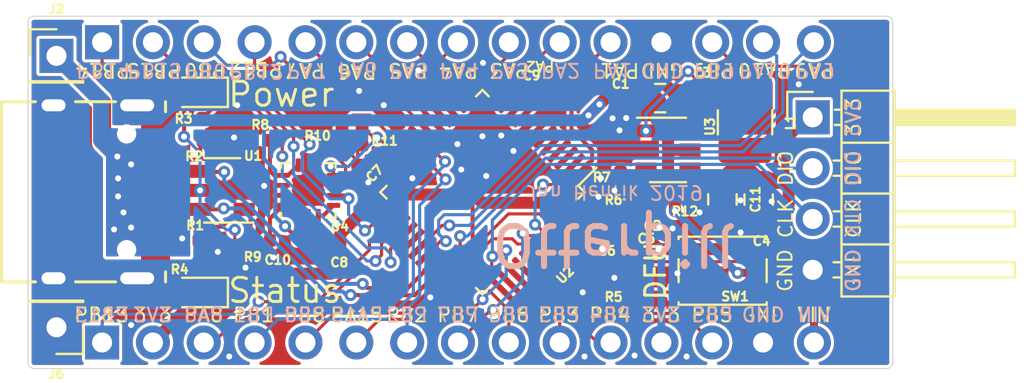
<source format=kicad_pcb>
(kicad_pcb (version 20171130) (host pcbnew 5.0.1)
  (layers (0 F.Cu signal) (31 B.Cu signal) (34 B.Paste user) (35 F.Paste user) (36 B.SilkS user) (37 F.SilkS user) (38 B.Mask user) (39 F.Mask user) (44 Edge.Cuts user))
  (net 0 "")
  (net 1 GND)
  (net 2 "Net-(C3-Pad2)")
  (net 3 "Net-(C3-Pad1)")
  (net 4 +3V3)
  (net 5 "Net-(D1-Pad1)")
  (net 6 "Net-(D2-Pad1)")
  (net 7 "Net-(J1-PadA8)")
  (net 8 "Net-(J1-PadB8)")
  (net 9 "Net-(R5-Pad1)")
  (net 10 "Net-(R6-Pad2)")
  (net 11 "Net-(U2-Pad7)")
  (net 12 "Net-(U2-Pad6)")
  (net 13 "Net-(U2-Pad5)")
  (net 14 "Net-(U2-Pad4)")
  (net 15 "Net-(U2-Pad3)")
  (net 16 SWCLK)
  (net 17 SWDIO)
  (net 18 CC2)
  (net 19 CC1)
  (net 20 "Net-(R8-Pad2)")
  (net 21 "Net-(R9-Pad2)")
  (net 22 INT_N)
  (net 23 SDA)
  (net 24 SCL)
  (net 25 "Net-(U4-Pad13)")
  (net 26 "Net-(U4-Pad12)")
  (net 27 USB_P)
  (net 28 USB_N)
  (net 29 VIN)
  (net 30 315)
  (net 31 314)
  (net 32 313)
  (net 33 311)
  (net 34 310)
  (net 35 39)
  (net 36 38)
  (net 37 37)
  (net 38 36)
  (net 39 35)
  (net 40 33)
  (net 41 32)
  (net 42 31)
  (net 43 413)
  (net 44 411)
  (net 45 410)
  (net 46 49)
  (net 47 48)
  (net 48 47)
  (net 49 46)
  (net 50 45)
  (net 51 44)
  (net 52 43)
  (net 53 41)
  (net 54 312)
  (net 55 "Net-(R12-Pad2)")
  (module Inductor_SMD:L_1210_3225Metric (layer F.Cu) (at 55.82 25.1 270)
    (fp_text reference L1 (at 0 -2.28 270) (layer F.SilkS) (effects (font (size 0.45 0.45) (thickness 0.1125))))
    (fp_text value 4u7)
    (pad 1 smd roundrect (at -1.4 0 270) (size 1.25 2.65) (layers F.Cu F.Paste F.Mask) (roundrect_rratio 0.2) (net 2 "Net-(C3-Pad2)"))
    (pad 2 smd roundrect (at 1.4 0 270) (size 1.25 2.65) (layers F.Cu F.Paste F.Mask) (roundrect_rratio 0.2) (net 4 +3V3))
  )
  (module Capacitor_SMD:C_0805_2012Metric (layer F.Cu) (at 54.69 28.95 270)
    (fp_text reference C11 (at 0 -1.65 270) (layer F.SilkS) (effects (font (size 0.45 0.45) (thickness 0.1125))))
    (fp_text value "10u 25V")
    (pad 1 smd roundrect (at -0.9375 0 270) (size 0.975 1.4) (layers F.Cu F.Paste F.Mask) (net 4 +3V3))
    (pad 2 smd roundrect (at 0.9375 0 270) (size 0.975 1.4) (layers F.Cu F.Paste F.Mask) (net 1 GND))
  )
  (module Resistor_SMD:R_0402_1005Metric (layer F.Cu) (at 52.8 28.75)
    (fp_text reference R12 (at 0.02 0.8) (layer F.SilkS) (effects (font (size 0.45 0.45) (thickness 0.1125))))
    (fp_text value 10k)
    (pad 1 smd roundrect (at -0.485 0) (size 0.59 0.64) (layers F.Cu F.Paste F.Mask) (net 29 VIN))
    (pad 2 smd roundrect (at 0.485 0) (size 0.59 0.64) (layers F.Cu F.Paste F.Mask) (net 55 "Net-(R12-Pad2)"))
  )
  (module Connector_PinHeader_2.54mm:PinHeader_1x01_P2.54mm_Vertical (layer F.Cu) (at 21.42 21.78)
    (fp_text reference J2 (at 0 -2.33) (layer F.SilkS) (effects (font (size 0.45 0.45) (thickness 0.1125))))
    (fp_text value VBUS)
    (pad 1 thru_hole rect (at 0 0) (size 1.7 1.7) (drill 1) (layers *.Cu *.Mask) (net 29 VIN))
  )
  (module Connector_PinHeader_2.54mm:PinHeader_1x01_P2.54mm_Vertical (layer F.Cu) (at 21.42 35.34 180)
    (fp_text reference J6 (at 0 -2.33 180) (layer F.SilkS) (effects (font (size 0.45 0.45) (thickness 0.1125))))
    (fp_text value GND)
    (pad 1 thru_hole rect (at 0 0 180) (size 1.7 1.7) (drill 1) (layers *.Cu *.Mask) (net 1 GND))
  )
  (module Package_QFP:LQFP-48_7x7mm_P0.5mm (layer F.Cu) (at 42.7 28.589949 225)
    (fp_text reference U2 (at 0 -5.85 225) (layer F.SilkS) (effects (font (size 0.45 0.45) (thickness 0.1125))))
    (fp_text value STM32F072C8Tx)
    (pad 1 smd roundrect (at -4.1625 -2.75 225) (size 1.475 0.3) (layers F.Cu F.Paste F.Mask) (net 4 +3V3))
    (pad 2 smd roundrect (at -4.1625 -2.25 225) (size 1.475 0.3) (layers F.Cu F.Paste F.Mask) (net 9 "Net-(R5-Pad1)"))
    (pad 3 smd roundrect (at -4.1625 -1.75 225) (size 1.475 0.3) (layers F.Cu F.Paste F.Mask) (net 15 "Net-(U2-Pad3)"))
    (pad 4 smd roundrect (at -4.1625 -1.249999 225) (size 1.475 0.3) (layers F.Cu F.Paste F.Mask) (net 14 "Net-(U2-Pad4)"))
    (pad 5 smd roundrect (at -4.1625 -0.75 225) (size 1.475 0.3) (layers F.Cu F.Paste F.Mask) (net 13 "Net-(U2-Pad5)"))
    (pad 6 smd roundrect (at -4.1625 -0.25 225) (size 1.475 0.3) (layers F.Cu F.Paste F.Mask) (net 12 "Net-(U2-Pad6)"))
    (pad 7 smd roundrect (at -4.1625 0.25 225) (size 1.475 0.3) (layers F.Cu F.Paste F.Mask) (net 11 "Net-(U2-Pad7)"))
    (pad 8 smd roundrect (at -4.1625 0.75 225) (size 1.475 0.3) (layers F.Cu F.Paste F.Mask) (net 1 GND))
    (pad 9 smd roundrect (at -4.1625 1.249999 225) (size 1.475 0.3) (layers F.Cu F.Paste F.Mask) (net 4 +3V3))
    (pad 10 smd roundrect (at -4.1625 1.75 225) (size 1.475 0.3) (layers F.Cu F.Paste F.Mask) (net 54 312))
    (pad 11 smd roundrect (at -4.1625 2.25 225) (size 1.475 0.3) (layers F.Cu F.Paste F.Mask) (net 33 311))
    (pad 12 smd roundrect (at -4.1625 2.75 225) (size 1.475 0.3) (layers F.Cu F.Paste F.Mask) (net 34 310))
    (pad 13 smd roundrect (at -2.75 4.1625 225) (size 0.3 1.475) (layers F.Cu F.Paste F.Mask) (net 35 39))
    (pad 14 smd roundrect (at -2.25 4.1625 225) (size 0.3 1.475) (layers F.Cu F.Paste F.Mask) (net 36 38))
    (pad 15 smd roundrect (at -1.75 4.1625 225) (size 0.3 1.475) (layers F.Cu F.Paste F.Mask) (net 37 37))
    (pad 16 smd roundrect (at -1.249999 4.1625 225) (size 0.3 1.475) (layers F.Cu F.Paste F.Mask) (net 38 36))
    (pad 17 smd roundrect (at -0.75 4.1625 225) (size 0.3 1.475) (layers F.Cu F.Paste F.Mask) (net 39 35))
    (pad 18 smd roundrect (at -0.25 4.1625 225) (size 0.3 1.475) (layers F.Cu F.Paste F.Mask) (net 40 33))
    (pad 19 smd roundrect (at 0.25 4.1625 225) (size 0.3 1.475) (layers F.Cu F.Paste F.Mask) (net 51 44))
    (pad 20 smd roundrect (at 0.75 4.1625 225) (size 0.3 1.475) (layers F.Cu F.Paste F.Mask) (net 48 47))
    (pad 21 smd roundrect (at 1.249999 4.1625 225) (size 0.3 1.475) (layers F.Cu F.Paste F.Mask) (net 24 SCL))
    (pad 22 smd roundrect (at 1.75 4.1625 225) (size 0.3 1.475) (layers F.Cu F.Paste F.Mask) (net 23 SDA))
    (pad 23 smd roundrect (at 2.25 4.1625 225) (size 0.3 1.475) (layers F.Cu F.Paste F.Mask) (net 1 GND))
    (pad 24 smd roundrect (at 2.75 4.1625 225) (size 0.3 1.475) (layers F.Cu F.Paste F.Mask) (net 4 +3V3))
    (pad 25 smd roundrect (at 4.1625 2.75 225) (size 1.475 0.3) (layers F.Cu F.Paste F.Mask) (net 22 INT_N))
    (pad 26 smd roundrect (at 4.1625 2.25 225) (size 1.475 0.3) (layers F.Cu F.Paste F.Mask) (net 53 41))
    (pad 27 smd roundrect (at 4.1625 1.75 225) (size 1.475 0.3) (layers F.Cu F.Paste F.Mask) (net 42 31))
    (pad 28 smd roundrect (at 4.1625 1.249999 225) (size 1.475 0.3) (layers F.Cu F.Paste F.Mask) (net 41 32))
    (pad 29 smd roundrect (at 4.1625 0.75 225) (size 1.475 0.3) (layers F.Cu F.Paste F.Mask) (net 52 43))
    (pad 30 smd roundrect (at 4.1625 0.25 225) (size 1.475 0.3) (layers F.Cu F.Paste F.Mask) (net 30 315))
    (pad 31 smd roundrect (at 4.1625 -0.25 225) (size 1.475 0.3) (layers F.Cu F.Paste F.Mask) (net 31 314))
    (pad 32 smd roundrect (at 4.1625 -0.75 225) (size 1.475 0.3) (layers F.Cu F.Paste F.Mask) (net 28 USB_N))
    (pad 33 smd roundrect (at 4.1625 -1.249999 225) (size 1.475 0.3) (layers F.Cu F.Paste F.Mask) (net 27 USB_P))
    (pad 34 smd roundrect (at 4.1625 -1.75 225) (size 1.475 0.3) (layers F.Cu F.Paste F.Mask) (net 17 SWDIO))
    (pad 35 smd roundrect (at 4.1625 -2.25 225) (size 1.475 0.3) (layers F.Cu F.Paste F.Mask) (net 1 GND))
    (pad 36 smd roundrect (at 4.1625 -2.75 225) (size 1.475 0.3) (layers F.Cu F.Paste F.Mask) (net 4 +3V3))
    (pad 37 smd roundrect (at 2.75 -4.1625 225) (size 0.3 1.475) (layers F.Cu F.Paste F.Mask) (net 16 SWCLK))
    (pad 38 smd roundrect (at 2.25 -4.1625 225) (size 0.3 1.475) (layers F.Cu F.Paste F.Mask) (net 49 46))
    (pad 39 smd roundrect (at 1.75 -4.1625 225) (size 0.3 1.475) (layers F.Cu F.Paste F.Mask) (net 45 410))
    (pad 40 smd roundrect (at 1.249999 -4.1625 225) (size 0.3 1.475) (layers F.Cu F.Paste F.Mask) (net 44 411))
    (pad 41 smd roundrect (at 0.75 -4.1625 225) (size 0.3 1.475) (layers F.Cu F.Paste F.Mask) (net 43 413))
    (pad 42 smd roundrect (at 0.25 -4.1625 225) (size 0.3 1.475) (layers F.Cu F.Paste F.Mask) (net 46 49))
    (pad 43 smd roundrect (at -0.25 -4.1625 225) (size 0.3 1.475) (layers F.Cu F.Paste F.Mask) (net 47 48))
    (pad 44 smd roundrect (at -0.75 -4.1625 225) (size 0.3 1.475) (layers F.Cu F.Paste F.Mask) (net 9 "Net-(R5-Pad1)"))
    (pad 45 smd roundrect (at -1.249999 -4.1625 225) (size 0.3 1.475) (layers F.Cu F.Paste F.Mask) (net 50 45))
    (pad 46 smd roundrect (at -1.75 -4.1625 225) (size 0.3 1.475) (layers F.Cu F.Paste F.Mask) (net 32 313))
    (pad 47 smd roundrect (at -2.25 -4.1625 225) (size 0.3 1.475) (layers F.Cu F.Paste F.Mask) (net 1 GND))
    (pad 48 smd roundrect (at -2.75 -4.1625 225) (size 0.3 1.475) (layers F.Cu F.Paste F.Mask) (net 4 +3V3))
  )
  (module Connector_PinHeader_2.54mm:PinHeader_1x15_P2.54mm_Vertical (layer F.Cu) (at 23.7 21.1 90)
    (fp_text reference J3 hide)
    (fp_text value 1)
    (pad 15 thru_hole oval (at 0 35.56 90) (size 1.7 1.7) (drill 1) (layers *.Cu *.Mask) (net 30 315))
    (pad 14 thru_hole oval (at 0 33.02 90) (size 1.7 1.7) (drill 1) (layers *.Cu *.Mask) (net 31 314))
    (pad 13 thru_hole oval (at 0 30.48 90) (size 1.7 1.7) (drill 1) (layers *.Cu *.Mask) (net 32 313))
    (pad 12 thru_hole oval (at 0 27.94 90) (size 1.7 1.7) (drill 1) (layers *.Cu *.Mask) (net 1 GND))
    (pad 11 thru_hole oval (at 0 25.4 90) (size 1.7 1.7) (drill 1) (layers *.Cu *.Mask) (net 33 311))
    (pad 10 thru_hole oval (at 0 22.86 90) (size 1.7 1.7) (drill 1) (layers *.Cu *.Mask) (net 34 310))
    (pad 9 thru_hole oval (at 0 20.32 90) (size 1.7 1.7) (drill 1) (layers *.Cu *.Mask) (net 35 39))
    (pad 8 thru_hole oval (at 0 17.78 90) (size 1.7 1.7) (drill 1) (layers *.Cu *.Mask) (net 36 38))
    (pad 7 thru_hole oval (at 0 15.24 90) (size 1.7 1.7) (drill 1) (layers *.Cu *.Mask) (net 37 37))
    (pad 6 thru_hole oval (at 0 12.7 90) (size 1.7 1.7) (drill 1) (layers *.Cu *.Mask) (net 38 36))
    (pad 5 thru_hole oval (at 0 10.16 90) (size 1.7 1.7) (drill 1) (layers *.Cu *.Mask) (net 39 35))
    (pad 4 thru_hole oval (at 0 7.62 90) (size 1.7 1.7) (drill 1) (layers *.Cu *.Mask) (net 22 INT_N))
    (pad 3 thru_hole oval (at 0 5.08 90) (size 1.7 1.7) (drill 1) (layers *.Cu *.Mask) (net 40 33))
    (pad 2 thru_hole oval (at 0 2.54 90) (size 1.7 1.7) (drill 1) (layers *.Cu *.Mask) (net 41 32))
    (pad 1 thru_hole rect (at 0 0 90) (size 1.7 1.7) (drill 1) (layers *.Cu *.Mask) (net 42 31))
  )
  (module Connector_PinHeader_2.54mm:PinHeader_1x15_P2.54mm_Vertical (layer F.Cu) (at 23.7 36.1 90)
    (fp_text reference J4 hide)
    (fp_text value 2)
    (pad 15 thru_hole oval (at 0 35.56 90) (size 1.7 1.7) (drill 1) (layers *.Cu *.Mask) (net 29 VIN))
    (pad 14 thru_hole oval (at 0 33.02 90) (size 1.7 1.7) (drill 1) (layers *.Cu *.Mask) (net 1 GND))
    (pad 13 thru_hole oval (at 0 30.48 90) (size 1.7 1.7) (drill 1) (layers *.Cu *.Mask) (net 43 413))
    (pad 12 thru_hole oval (at 0 27.94 90) (size 1.7 1.7) (drill 1) (layers *.Cu *.Mask) (net 4 +3V3))
    (pad 11 thru_hole oval (at 0 25.4 90) (size 1.7 1.7) (drill 1) (layers *.Cu *.Mask) (net 44 411))
    (pad 10 thru_hole oval (at 0 22.86 90) (size 1.7 1.7) (drill 1) (layers *.Cu *.Mask) (net 45 410))
    (pad 9 thru_hole oval (at 0 20.32 90) (size 1.7 1.7) (drill 1) (layers *.Cu *.Mask) (net 46 49))
    (pad 8 thru_hole oval (at 0 17.78 90) (size 1.7 1.7) (drill 1) (layers *.Cu *.Mask) (net 47 48))
    (pad 7 thru_hole oval (at 0 15.24 90) (size 1.7 1.7) (drill 1) (layers *.Cu *.Mask) (net 48 47))
    (pad 6 thru_hole oval (at 0 12.7 90) (size 1.7 1.7) (drill 1) (layers *.Cu *.Mask) (net 49 46))
    (pad 5 thru_hole oval (at 0 10.16 90) (size 1.7 1.7) (drill 1) (layers *.Cu *.Mask) (net 50 45))
    (pad 4 thru_hole oval (at 0 7.62 90) (size 1.7 1.7) (drill 1) (layers *.Cu *.Mask) (net 51 44))
    (pad 3 thru_hole oval (at 0 5.08 90) (size 1.7 1.7) (drill 1) (layers *.Cu *.Mask) (net 52 43))
    (pad 2 thru_hole oval (at 0 2.54 90) (size 1.7 1.7) (drill 1) (layers *.Cu *.Mask) (net 4 +3V3))
    (pad 1 thru_hole rect (at 0 0 90) (size 1.7 1.7) (drill 1) (layers *.Cu *.Mask) (net 53 41))
  )
  (module Button_Switch_SMD:SW_SPST_PTS810 (layer F.Cu) (at 54.7 32.512 180)
    (fp_text reference SW1 (at -0.625 -1.288 180) (layer F.SilkS) (effects (font (size 0.45 0.45) (thickness 0.1125))))
    (fp_text value SW_Push)
    (pad 2 smd rect (at 2.075 1.075 180) (size 1.05 0.65) (layers F.Cu F.Paste F.Mask) (net 4 +3V3))
    (pad 2 smd rect (at -2.075 1.075 180) (size 1.05 0.65) (layers F.Cu F.Paste F.Mask) (net 4 +3V3))
    (pad 1 smd rect (at 2.075 -1.075 180) (size 1.05 0.65) (layers F.Cu F.Paste F.Mask) (net 9 "Net-(R5-Pad1)"))
    (pad 1 smd rect (at -2.075 -1.075 180) (size 1.05 0.65) (layers F.Cu F.Paste F.Mask) (net 9 "Net-(R5-Pad1)"))
  )
  (module Capacitor_SMD:C_0402_1005Metric (layer F.Cu) (at 33.6 31.4 270)
    (fp_text reference C10 (at 0.575 1.125) (layer F.SilkS) (effects (font (size 0.45 0.45) (thickness 0.1125))))
    (fp_text value "100n 50V")
    (pad 2 smd roundrect (at 0.485 0 270) (size 0.59 0.64) (layers F.Cu F.Paste F.Mask) (net 1 GND))
    (pad 1 smd roundrect (at -0.485 0 270) (size 0.59 0.64) (layers F.Cu F.Paste F.Mask) (net 29 VIN))
  )
  (module Capacitor_SMD:C_0402_1005Metric (layer F.Cu) (at 46.1 23.8 315)
    (fp_text reference C9 (at -1.400071 -0.070711) (layer F.SilkS) (effects (font (size 0.45 0.45) (thickness 0.1125))))
    (fp_text value "100n 50V")
    (pad 2 smd roundrect (at 0.485 0 315) (size 0.59 0.64) (layers F.Cu F.Paste F.Mask) (net 1 GND))
    (pad 1 smd roundrect (at -0.485 0 315) (size 0.59 0.64) (layers F.Cu F.Paste F.Mask) (net 4 +3V3))
  )
  (module Capacitor_SMD:C_0402_1005Metric (layer F.Cu) (at 34.6 31.4 270)
    (fp_text reference C8 (at 0.7 -0.95) (layer F.SilkS) (effects (font (size 0.45 0.45) (thickness 0.1125))))
    (fp_text value "100n 50V")
    (pad 2 smd roundrect (at 0.485 0 270) (size 0.59 0.64) (layers F.Cu F.Paste F.Mask) (net 1 GND))
    (pad 1 smd roundrect (at -0.485 0 270) (size 0.59 0.64) (layers F.Cu F.Paste F.Mask) (net 4 +3V3))
  )
  (module Capacitor_SMD:C_0402_1005Metric (layer F.Cu) (at 36.47 27.7 270)
    (fp_text reference C7 (at -0.035355 -0.848528 45) (layer F.SilkS) (effects (font (size 0.45 0.45) (thickness 0.1125))))
    (fp_text value "100n 50V")
    (pad 2 smd roundrect (at 0.485 0 270) (size 0.59 0.64) (layers F.Cu F.Paste F.Mask) (net 1 GND))
    (pad 1 smd roundrect (at -0.485 0 270) (size 0.59 0.64) (layers F.Cu F.Paste F.Mask) (net 4 +3V3))
  )
  (module Capacitor_SMD:C_0402_1005Metric (layer F.Cu) (at 48.92 30.255 270)
    (fp_text reference C6 (at 1.265 0 180) (layer F.SilkS) (effects (font (size 0.45 0.45) (thickness 0.1125))))
    (fp_text value "100n 50V")
    (pad 2 smd roundrect (at 0.485 0 270) (size 0.59 0.64) (layers F.Cu F.Paste F.Mask) (net 1 GND))
    (pad 1 smd roundrect (at -0.485 0 270) (size 0.59 0.64) (layers F.Cu F.Paste F.Mask) (net 4 +3V3))
  )
  (module Capacitor_SMD:C_0402_1005Metric (layer F.Cu) (at 49.93 30.92 270)
    (fp_text reference C5 (at -0.01 -0.96 180) (layer F.SilkS) (effects (font (size 0.45 0.45) (thickness 0.1125))))
    (fp_text value "100n 50V")
    (pad 2 smd roundrect (at 0.485 0 270) (size 0.59 0.64) (layers F.Cu F.Paste F.Mask) (net 1 GND))
    (pad 1 smd roundrect (at -0.485 0 270) (size 0.59 0.64) (layers F.Cu F.Paste F.Mask) (net 4 +3V3))
  )
  (module Capacitor_SMD:C_0402_1005Metric (layer F.Cu) (at 53.72 23.87 270)
    (fp_text reference C3 (at -1.25 0.025) (layer F.SilkS) (effects (font (size 0.45 0.45) (thickness 0.1125))))
    (fp_text value "100n 50V")
    (pad 2 smd roundrect (at 0.485 0 270) (size 0.59 0.64) (layers F.Cu F.Paste F.Mask) (net 2 "Net-(C3-Pad2)"))
    (pad 1 smd roundrect (at -0.485 0 270) (size 0.59 0.64) (layers F.Cu F.Paste F.Mask) (net 3 "Net-(C3-Pad1)"))
  )
  (module Capacitor_SMD:C_0402_1005Metric (layer F.Cu) (at 51.2 29 270)
    (fp_text reference C2 (at 1.27 0) (layer F.SilkS) (effects (font (size 0.45 0.45) (thickness 0.1125))))
    (fp_text value "100n 50V")
    (pad 2 smd roundrect (at 0.485 0 270) (size 0.59 0.64) (layers F.Cu F.Paste F.Mask) (net 1 GND))
    (pad 1 smd roundrect (at -0.485 0 270) (size 0.59 0.64) (layers F.Cu F.Paste F.Mask) (net 29 VIN))
  )
  (module Resistor_SMD:R_0402_1005Metric (layer F.Cu) (at 36.69 25.770001 90)
    (fp_text reference R11 (at -0.25 1.125 -180) (layer F.SilkS) (effects (font (size 0.45 0.45) (thickness 0.1125))))
    (fp_text value 3k3)
    (pad 2 smd roundrect (at 0.485 0 90) (size 0.59 0.64) (layers F.Cu F.Paste F.Mask) (net 23 SDA))
    (pad 1 smd roundrect (at -0.485 0 90) (size 0.59 0.64) (layers F.Cu F.Paste F.Mask) (net 4 +3V3))
  )
  (module Resistor_SMD:R_0402_1005Metric (layer F.Cu) (at 35.69 25.770001 90)
    (fp_text reference R10 (at 0 -1.225 -180) (layer F.SilkS) (effects (font (size 0.45 0.45) (thickness 0.1125))))
    (fp_text value 3k3)
    (pad 2 smd roundrect (at 0.485 0 90) (size 0.59 0.64) (layers F.Cu F.Paste F.Mask) (net 24 SCL))
    (pad 1 smd roundrect (at -0.485 0 90) (size 0.59 0.64) (layers F.Cu F.Paste F.Mask) (net 4 +3V3))
  )
  (module Resistor_SMD:R_0402_1005Metric (layer F.Cu) (at 31.6 31)
    (fp_text reference R9 (at -0.375 0.825) (layer F.SilkS) (effects (font (size 0.45 0.45) (thickness 0.1125))))
    (fp_text value 0)
    (pad 2 smd roundrect (at 0.485 0) (size 0.59 0.64) (layers F.Cu F.Paste F.Mask) (net 21 "Net-(R9-Pad2)"))
    (pad 1 smd roundrect (at -0.485 0) (size 0.59 0.64) (layers F.Cu F.Paste F.Mask) (net 18 CC2))
  )
  (module Resistor_SMD:R_0402_1005Metric (layer F.Cu) (at 31.6 26)
    (fp_text reference R8 (at 0 -0.775) (layer F.SilkS) (effects (font (size 0.45 0.45) (thickness 0.1125))))
    (fp_text value 0)
    (pad 2 smd roundrect (at 0.485 0) (size 0.59 0.64) (layers F.Cu F.Paste F.Mask) (net 20 "Net-(R8-Pad2)"))
    (pad 1 smd roundrect (at -0.485 0) (size 0.59 0.64) (layers F.Cu F.Paste F.Mask) (net 19 CC1))
  )
  (module Resistor_SMD:R_0402_1005Metric (layer F.Cu) (at 49.6 27.085 90)
    (fp_text reference R7 (at -0.765 -0.94 180) (layer F.SilkS) (effects (font (size 0.45 0.45) (thickness 0.1125))))
    (fp_text value 3k3)
    (pad 2 smd roundrect (at 0.485 0 90) (size 0.59 0.64) (layers F.Cu F.Paste F.Mask) (net 1 GND))
    (pad 1 smd roundrect (at -0.485 0 90) (size 0.59 0.64) (layers F.Cu F.Paste F.Mask) (net 10 "Net-(R6-Pad2)"))
  )
  (module Resistor_SMD:R_0402_1005Metric (layer F.Cu) (at 50.23 29 90)
    (fp_text reference R6 (at 0.02 -0.98 -180) (layer F.SilkS) (effects (font (size 0.45 0.45) (thickness 0.1125))))
    (fp_text value 10k)
    (pad 2 smd roundrect (at 0.485 0 90) (size 0.59 0.64) (layers F.Cu F.Paste F.Mask) (net 10 "Net-(R6-Pad2)"))
    (pad 1 smd roundrect (at -0.485 0 90) (size 0.59 0.64) (layers F.Cu F.Paste F.Mask) (net 4 +3V3))
  )
  (module Resistor_SMD:R_0402_1005Metric (layer F.Cu) (at 50.2 33.1 90)
    (fp_text reference R5 (at -0.725 -0.946 180) (layer F.SilkS) (effects (font (size 0.45 0.45) (thickness 0.1125))))
    (fp_text value 3k3)
    (pad 2 smd roundrect (at 0.485 0 90) (size 0.59 0.64) (layers F.Cu F.Paste F.Mask) (net 1 GND))
    (pad 1 smd roundrect (at -0.485 0 90) (size 0.59 0.64) (layers F.Cu F.Paste F.Mask) (net 9 "Net-(R5-Pad1)"))
  )
  (module Resistor_SMD:R_0402_1005Metric (layer F.Cu) (at 29 32.2)
    (fp_text reference R4 (at -1.425 0.25) (layer F.SilkS) (effects (font (size 0.45 0.45) (thickness 0.1125))))
    (fp_text value 3k3)
    (pad 2 smd roundrect (at 0.485 0) (size 0.59 0.64) (layers F.Cu F.Paste F.Mask) (net 1 GND))
    (pad 1 smd roundrect (at -0.485 0) (size 0.59 0.64) (layers F.Cu F.Paste F.Mask) (net 6 "Net-(D2-Pad1)"))
  )
  (module Resistor_SMD:R_0402_1005Metric (layer F.Cu) (at 29.2 24.9)
    (fp_text reference R3 (at -1.425 0.025) (layer F.SilkS) (effects (font (size 0.45 0.45) (thickness 0.1125))))
    (fp_text value 3k3)
    (pad 2 smd roundrect (at 0.485 0) (size 0.59 0.64) (layers F.Cu F.Paste F.Mask) (net 1 GND))
    (pad 1 smd roundrect (at -0.485 0) (size 0.59 0.64) (layers F.Cu F.Paste F.Mask) (net 5 "Net-(D1-Pad1)"))
  )
  (module Resistor_SMD:R_0402_1005Metric (layer F.Cu) (at 29.2 26 180)
    (fp_text reference R2 (at 0.9 -0.8 180) (layer F.SilkS) (effects (font (size 0.45 0.45) (thickness 0.1125))))
    (fp_text value DNP)
    (pad 2 smd roundrect (at 0.485 0 180) (size 0.59 0.64) (layers F.Cu F.Paste F.Mask) (net 19 CC1))
    (pad 1 smd roundrect (at -0.485 0 180) (size 0.59 0.64) (layers F.Cu F.Paste F.Mask) (net 1 GND))
  )
  (module Resistor_SMD:R_0402_1005Metric (layer F.Cu) (at 29 31 180)
    (fp_text reference R1 (at 0.65 0.75 180) (layer F.SilkS) (effects (font (size 0.45 0.45) (thickness 0.1125))))
    (fp_text value DNP)
    (pad 2 smd roundrect (at 0.485 0 180) (size 0.59 0.64) (layers F.Cu F.Paste F.Mask) (net 18 CC2))
    (pad 1 smd roundrect (at -0.485 0 180) (size 0.59 0.64) (layers F.Cu F.Paste F.Mask) (net 1 GND))
  )
  (module Package_DFN_QFN:WQFN-14-1EP_2.5x2.5mm_P0.5mm_EP1.45x1.45mm (layer F.Cu) (at 34 28.5 90)
    (fp_text reference U4 (at -1.8 1.575 180) (layer F.SilkS) (effects (font (size 0.45 0.45) (thickness 0.1125))))
    (fp_text value FUSB302BMPX)
    (pad 14 smd roundrect (at -0.75 -1.2625 90) (size 0.25 0.675) (layers F.Cu F.Paste F.Mask) (net 21 "Net-(R9-Pad2)"))
    (pad 13 smd roundrect (at -0.25 -1.2625 90) (size 0.25 0.675) (layers F.Cu F.Paste F.Mask) (net 25 "Net-(U4-Pad13)"))
    (pad 12 smd roundrect (at 0.25 -1.2625 90) (size 0.25 0.675) (layers F.Cu F.Paste F.Mask) (net 26 "Net-(U4-Pad12)"))
    (pad 11 smd roundrect (at 0.75 -1.2625 90) (size 0.25 0.675) (layers F.Cu F.Paste F.Mask) (net 20 "Net-(R8-Pad2)"))
    (pad 10 smd roundrect (at 1.2625 -0.5 90) (size 0.675 0.25) (layers F.Cu F.Paste F.Mask) (net 20 "Net-(R8-Pad2)"))
    (pad 9 smd roundrect (at 1.2625 0 90) (size 0.675 0.25) (layers F.Cu F.Paste F.Mask) (net 1 GND))
    (pad 8 smd roundrect (at 1.2625 0.5 90) (size 0.675 0.25) (layers F.Cu F.Paste F.Mask) (net 1 GND))
    (pad 7 smd roundrect (at 0.75 1.2625 90) (size 0.25 0.675) (layers F.Cu F.Paste F.Mask) (net 23 SDA))
    (pad 6 smd roundrect (at 0.25 1.2625 90) (size 0.25 0.675) (layers F.Cu F.Paste F.Mask) (net 24 SCL))
    (pad 5 smd roundrect (at -0.25 1.2625 90) (size 0.25 0.675) (layers F.Cu F.Paste F.Mask) (net 22 INT_N))
    (pad 4 smd roundrect (at -0.75 1.2625 90) (size 0.25 0.675) (layers F.Cu F.Paste F.Mask) (net 4 +3V3))
    (pad 3 smd roundrect (at -1.2625 0.5 90) (size 0.675 0.25) (layers F.Cu F.Paste F.Mask) (net 4 +3V3))
    (pad 2 smd roundrect (at -1.2625 0 90) (size 0.675 0.25) (layers F.Cu F.Paste F.Mask) (net 29 VIN))
    (pad 1 smd roundrect (at -1.2625 -0.5 90) (size 0.675 0.25) (layers F.Cu F.Paste F.Mask) (net 21 "Net-(R9-Pad2)"))
    (pad 15 smd roundrect (at 0 0 90) (size 1.45 1.45) (layers F.Cu F.Mask) (roundrect_rratio 0.172414) (net 1 GND))
  )
  (module Connector_PinHeader_2.54mm:PinHeader_1x04_P2.54mm_Horizontal (layer F.Cu) (at 59.2 24.85)
    (fp_text reference J5 hide)
    (fp_text value SWD)
    (pad 4 thru_hole oval (at 0 7.62) (size 1.7 1.7) (drill 1) (layers *.Cu *.Mask) (net 1 GND))
    (pad 3 thru_hole oval (at 0 5.08) (size 1.7 1.7) (drill 1) (layers *.Cu *.Mask) (net 16 SWCLK))
    (pad 2 thru_hole oval (at 0 2.54) (size 1.7 1.7) (drill 1) (layers *.Cu *.Mask) (net 17 SWDIO))
    (pad 1 thru_hole rect (at 0 0) (size 1.7 1.7) (drill 1) (layers *.Cu *.Mask) (net 4 +3V3))
  )
  (module Package_TO_SOT_SMD:SOT-23-6 (layer F.Cu) (at 51.97 26.48)
    (fp_text reference U3 (at 2.1 -1.16 -270) (layer F.SilkS) (effects (font (size 0.45 0.45) (thickness 0.1125))))
    (fp_text value SY8201)
    (pad 5 smd rect (at 1.1 0) (size 1.06 0.65) (layers F.Cu F.Paste F.Mask) (net 29 VIN))
    (pad 6 smd rect (at 1.1 -0.95) (size 1.06 0.65) (layers F.Cu F.Paste F.Mask) (net 2 "Net-(C3-Pad2)"))
    (pad 4 smd rect (at 1.1 0.95) (size 1.06 0.65) (layers F.Cu F.Paste F.Mask) (net 55 "Net-(R12-Pad2)"))
    (pad 3 smd rect (at -1.1 0.95) (size 1.06 0.65) (layers F.Cu F.Paste F.Mask) (net 10 "Net-(R6-Pad2)"))
    (pad 2 smd rect (at -1.1 0) (size 1.06 0.65) (layers F.Cu F.Paste F.Mask) (net 1 GND))
    (pad 1 smd rect (at -1.1 -0.95) (size 1.06 0.65) (layers F.Cu F.Paste F.Mask) (net 3 "Net-(C3-Pad1)"))
  )
  (module Package_TO_SOT_SMD:SOT-23-6 (layer F.Cu) (at 29.7 28.5 180)
    (fp_text reference U1 (at -1.55 1.725 180) (layer F.SilkS) (effects (font (size 0.45 0.45) (thickness 0.1125))))
    (fp_text value USBLC6-4)
    (pad 5 smd rect (at 1.1 0 180) (size 1.06 0.65) (layers F.Cu F.Paste F.Mask) (net 4 +3V3))
    (pad 6 smd rect (at 1.1 -0.95 180) (size 1.06 0.65) (layers F.Cu F.Paste F.Mask) (net 27 USB_P))
    (pad 4 smd rect (at 1.1 0.95 180) (size 1.06 0.65) (layers F.Cu F.Paste F.Mask) (net 28 USB_N))
    (pad 3 smd rect (at -1.1 0.95 180) (size 1.06 0.65) (layers F.Cu F.Paste F.Mask) (net 19 CC1))
    (pad 2 smd rect (at -1.1 0 180) (size 1.06 0.65) (layers F.Cu F.Paste F.Mask) (net 1 GND))
    (pad 1 smd rect (at -1.1 -0.95 180) (size 1.06 0.65) (layers F.Cu F.Paste F.Mask) (net 18 CC2))
  )
  (module "otter:USB-C 16Pin" (layer F.Cu) (at 26.369999 28.57 270)
    (fp_text reference J1 hide)
    (fp_text value USB-c)
    (pad S1 thru_hole oval (at -4.32 0.915 270) (size 1 2.1) (drill oval 0.6 1.7) (layers *.Cu *.Mask) (net 1 GND))
    (pad S1 thru_hole oval (at 4.32 0.915 270) (size 1 2.1) (drill oval 0.6 1.7) (layers *.Cu *.Mask) (net 1 GND))
    (pad S1 thru_hole oval (at -4.32 5.095 270) (size 1 1.6) (drill oval 0.6 1.2) (layers *.Cu *.Mask) (net 1 GND))
    (pad S1 thru_hole oval (at 4.32 5.095 270) (size 1 1.6) (drill oval 0.6 1.2) (layers *.Cu *.Mask) (net 1 GND))
    (pad "" np_thru_hole circle (at 2.89 1.445 270) (size 0.65 0.65) (drill 0.65) (layers *.Cu *.Mask))
    (pad "" np_thru_hole circle (at -2.89 1.445 270) (size 0.65 0.65) (drill 0.65) (layers *.Cu *.Mask))
    (pad B1 smd rect (at 3.2 0 270) (size 0.6 1.45) (layers F.Cu F.Paste F.Mask) (net 1 GND))
    (pad B4 smd rect (at 2.4 0 270) (size 0.6 1.45) (layers F.Cu F.Paste F.Mask) (net 29 VIN))
    (pad B5 smd rect (at 1.75 0 270) (size 0.3 1.45) (layers F.Cu F.Paste F.Mask) (net 18 CC2))
    (pad A8 smd rect (at 1.25 0 270) (size 0.3 1.45) (layers F.Cu F.Paste F.Mask) (net 7 "Net-(J1-PadA8)"))
    (pad B6 smd rect (at 0.75 0 270) (size 0.3 1.45) (layers F.Cu F.Paste F.Mask) (net 27 USB_P))
    (pad A7 smd rect (at 0.25 0 270) (size 0.3 1.45) (layers F.Cu F.Paste F.Mask) (net 28 USB_N))
    (pad A6 smd rect (at -0.25 0 270) (size 0.3 1.45) (layers F.Cu F.Paste F.Mask) (net 27 USB_P))
    (pad B7 smd rect (at -0.75 0 270) (size 0.3 1.45) (layers F.Cu F.Paste F.Mask) (net 28 USB_N))
    (pad A5 smd rect (at -1.25 0 270) (size 0.3 1.45) (layers F.Cu F.Paste F.Mask) (net 19 CC1))
    (pad B8 smd rect (at -1.75 0 270) (size 0.3 1.45) (layers F.Cu F.Paste F.Mask) (net 8 "Net-(J1-PadB8)"))
    (pad A4 smd rect (at -2.4 0 270) (size 0.6 1.45) (layers F.Cu F.Paste F.Mask) (net 29 VIN))
    (pad A1 smd rect (at -3.2 0 270) (size 0.6 1.45) (layers F.Cu F.Paste F.Mask) (net 1 GND))
  )
  (module LED_SMD:LED_0603_1608Metric (layer F.Cu) (at 28.5 33.6 180)
    (fp_text reference D2 hide)
    (fp_text value "LED GREEN")
    (pad 2 smd roundrect (at 0.7875 0 180) (size 0.875 0.95) (layers F.Cu F.Paste F.Mask) (net 53 41))
    (pad 1 smd roundrect (at -0.7875 0 180) (size 0.875 0.95) (layers F.Cu F.Paste F.Mask) (net 6 "Net-(D2-Pad1)"))
  )
  (module LED_SMD:LED_0603_1608Metric (layer F.Cu) (at 28.5 23.6 180)
    (fp_text reference D1 hide)
    (fp_text value "LED RED")
    (pad 2 smd roundrect (at 0.7875 0 180) (size 0.875 0.95) (layers F.Cu F.Paste F.Mask) (net 4 +3V3))
    (pad 1 smd roundrect (at -0.7875 0 180) (size 0.875 0.95) (layers F.Cu F.Paste F.Mask) (net 5 "Net-(D1-Pad1)"))
  )
  (module Capacitor_SMD:C_0805_2012Metric (layer F.Cu) (at 56.5 28.96 270)
    (fp_text reference C4 (at 2.075 -0.15) (layer F.SilkS) (effects (font (size 0.45 0.45) (thickness 0.1125))))
    (fp_text value "10u 25V")
    (pad 2 smd roundrect (at 0.9375 0 270) (size 0.975 1.4) (layers F.Cu F.Paste F.Mask) (net 1 GND))
    (pad 1 smd roundrect (at -0.9375 0 270) (size 0.975 1.4) (layers F.Cu F.Paste F.Mask) (net 4 +3V3))
  )
  (module Capacitor_SMD:C_0805_2012Metric (layer F.Cu) (at 51.58 23.89 180)
    (fp_text reference C1 (at 1.97 0.71) (layer F.SilkS) (effects (font (size 0.45 0.45) (thickness 0.1125))))
    (fp_text value "10u 25V")
    (pad 2 smd roundrect (at 0.9375 0 180) (size 0.975 1.4) (layers F.Cu F.Paste F.Mask) (net 1 GND))
    (pad 1 smd roundrect (at -0.9375 0 180) (size 0.975 1.4) (layers F.Cu F.Paste F.Mask) (net 29 VIN))
  )
  (gr_text "Otterpill\n" (at 49.3 31.19 180) (layer B.SilkS) (effects (font (size 2 2) (thickness 0.3)) (justify mirror)))
  (gr_text "Jan Henrik 2019" (at 49.3 28.6 180) (layer B.SilkS) (effects (font (size 0.7 0.7) (thickness 0.1)) (justify mirror)))
  (gr_text 3V3 (at 61.2 24.85 90) (layer B.SilkS) (effects (font (size 0.7 0.7) (thickness 0.1)) (justify mirror)))
  (gr_text DIO (at 61.2 27.4 90) (layer B.SilkS) (effects (font (size 0.7 0.7) (thickness 0.1)) (justify mirror)))
  (gr_text CLK (at 61.2 29.9 90) (layer B.SilkS) (effects (font (size 0.7 0.7) (thickness 0.1)) (justify mirror)))
  (gr_text GND (at 61.225 32.5 90) (layer B.SilkS) (effects (font (size 0.7 0.7) (thickness 0.1)) (justify mirror)))
  (gr_text GND (at 51.725 22.5 180) (layer B.SilkS) (effects (font (size 0.7 0.7) (thickness 0.1)) (justify mirror)))
  (gr_text PB0 (at 28.875 22.5 180) (layer B.SilkS) (effects (font (size 0.7 0.7) (thickness 0.1)) (justify mirror)))
  (gr_text PB9 (at 54.275 22.5 180) (layer B.SilkS) (effects (font (size 0.7 0.7) (thickness 0.1)) (justify mirror)))
  (gr_text PB12 (at 31.4 22.55 180) (layer B.SilkS) (effects (font (size 0.7 0.7) (thickness 0.1)) (justify mirror)))
  (gr_text PA6 (at 36.475 22.45 180) (layer B.SilkS) (effects (font (size 0.7 0.7) (thickness 0.1)) (justify mirror)))
  (gr_text PA10 (at 56.825 22.5 180) (layer B.SilkS) (effects (font (size 0.7 0.7) (thickness 0.1)) (justify mirror)))
  (gr_text PA1 (at 49.2 22.5 180) (layer B.SilkS) (effects (font (size 0.7 0.7) (thickness 0.1)) (justify mirror)))
  (gr_text PA5 (at 39.025 22.5 180) (layer B.SilkS) (effects (font (size 0.7 0.7) (thickness 0.1)) (justify mirror)))
  (gr_text PB14 (at 23.775 22.5 180) (layer B.SilkS) (effects (font (size 0.7 0.7) (thickness 0.1)) (justify mirror)))
  (gr_text PA3 (at 44.075 22.5 180) (layer B.SilkS) (effects (font (size 0.7 0.7) (thickness 0.1)) (justify mirror)))
  (gr_text PA9 (at 59.325 22.5 180) (layer B.SilkS) (effects (font (size 0.7 0.7) (thickness 0.1)) (justify mirror)))
  (gr_text PB15 (at 26.325 22.5 180) (layer B.SilkS) (effects (font (size 0.7 0.7) (thickness 0.1)) (justify mirror)))
  (gr_text PA4 (at 41.55 22.5 180) (layer B.SilkS) (effects (font (size 0.7 0.7) (thickness 0.1)) (justify mirror)))
  (gr_text PA7 (at 33.9 22.5 180) (layer B.SilkS) (effects (font (size 0.7 0.7) (thickness 0.1)) (justify mirror)))
  (gr_text PA2 (at 46.6 22.5 180) (layer B.SilkS) (effects (font (size 0.7 0.7) (thickness 0.1)) (justify mirror)))
  (gr_text PB7 (at 41.475 34.725) (layer B.SilkS) (effects (font (size 0.7 0.7) (thickness 0.1)) (justify mirror)))
  (gr_text GND (at 56.725 34.725) (layer B.SilkS) (effects (font (size 0.7 0.7) (thickness 0.1)) (justify mirror)))
  (gr_text PB1 (at 31.275 34.725) (layer B.SilkS) (effects (font (size 0.7 0.7) (thickness 0.1)) (justify mirror)))
  (gr_text PA8 (at 28.775 34.725) (layer B.SilkS) (effects (font (size 0.7 0.7) (thickness 0.1)) (justify mirror)))
  (gr_text PB3 (at 46.525 34.725) (layer B.SilkS) (effects (font (size 0.7 0.7) (thickness 0.1)) (justify mirror)))
  (gr_text 3V3 (at 51.625 34.725) (layer B.SilkS) (effects (font (size 0.7 0.7) (thickness 0.1)) (justify mirror)))
  (gr_text PB5 (at 54.175 34.725) (layer B.SilkS) (effects (font (size 0.7 0.7) (thickness 0.1)) (justify mirror)))
  (gr_text PB4 (at 49.075 34.725) (layer B.SilkS) (effects (font (size 0.7 0.7) (thickness 0.1)) (justify mirror)))
  (gr_text PA15 (at 36.425 34.725) (layer B.SilkS) (effects (font (size 0.7 0.7) (thickness 0.1)) (justify mirror)))
  (gr_text PB2 (at 38.925 34.725) (layer B.SilkS) (effects (font (size 0.7 0.7) (thickness 0.1)) (justify mirror)))
  (gr_text VIN (at 59.275 34.725) (layer B.SilkS) (effects (font (size 0.7 0.7) (thickness 0.1)) (justify mirror)))
  (gr_text PB8 (at 33.825 34.725) (layer B.SilkS) (effects (font (size 0.7 0.7) (thickness 0.1)) (justify mirror)))
  (gr_text PB6 (at 44.025 34.725) (layer B.SilkS) (effects (font (size 0.7 0.7) (thickness 0.1)) (justify mirror)))
  (gr_text PB13 (at 23.675 34.725) (layer B.SilkS) (effects (font (size 0.7 0.7) (thickness 0.1)) (justify mirror)))
  (gr_text 3V3 (at 26.225 34.725) (layer B.SilkS) (effects (font (size 0.7 0.7) (thickness 0.1)) (justify mirror)))
  (gr_text PB0 (at 28.825 22.5 180) (layer F.SilkS) (effects (font (size 0.7 0.7) (thickness 0.1))))
  (gr_text PB14 (at 23.725 22.5 180) (layer F.SilkS) (effects (font (size 0.7 0.7) (thickness 0.1))))
  (gr_text PB15 (at 26.275 22.5 180) (layer F.SilkS) (effects (font (size 0.7 0.7) (thickness 0.1))))
  (gr_text PB12 (at 31.35 22.45 180) (layer F.SilkS) (effects (font (size 0.7 0.7) (thickness 0.1))))
  (gr_text PA7 (at 33.85 22.5 180) (layer F.SilkS) (effects (font (size 0.7 0.7) (thickness 0.1))))
  (gr_text PA6 (at 36.425 22.55 180) (layer F.SilkS) (effects (font (size 0.7 0.7) (thickness 0.1))))
  (gr_text PA5 (at 38.975 22.5 180) (layer F.SilkS) (effects (font (size 0.7 0.7) (thickness 0.1))))
  (gr_text PA4 (at 41.5 22.5 180) (layer F.SilkS) (effects (font (size 0.7 0.7) (thickness 0.1))))
  (gr_text PA3 (at 44.025 22.5 180) (layer F.SilkS) (effects (font (size 0.7 0.7) (thickness 0.1))))
  (gr_text PA2 (at 45.58 22.3 180) (layer F.SilkS) (effects (font (size 0.5 0.5) (thickness 0.1))))
  (gr_text PA1 (at 49.55 22.5 180) (layer F.SilkS) (effects (font (size 0.7 0.7) (thickness 0.1))))
  (gr_text GND (at 51.675 22.5 180) (layer F.SilkS) (effects (font (size 0.7 0.7) (thickness 0.1))))
  (gr_text PB9 (at 54.225 22.5 180) (layer F.SilkS) (effects (font (size 0.7 0.7) (thickness 0.1))))
  (gr_text PA10 (at 56.775 22.5 180) (layer F.SilkS) (effects (font (size 0.7 0.7) (thickness 0.1))))
  (gr_text PA9 (at 59.275 22.5 180) (layer F.SilkS) (effects (font (size 0.7 0.7) (thickness 0.1))))
  (gr_text VIN (at 59.275 34.725) (layer F.SilkS) (effects (font (size 0.7 0.7) (thickness 0.1))))
  (gr_text GND (at 56.725 34.725) (layer F.SilkS) (effects (font (size 0.7 0.7) (thickness 0.1))))
  (gr_text PB5 (at 54.175 34.725) (layer F.SilkS) (effects (font (size 0.7 0.7) (thickness 0.1))))
  (gr_text 3V3 (at 51.625 34.725) (layer F.SilkS) (effects (font (size 0.7 0.7) (thickness 0.1))))
  (gr_text PB4 (at 49.075 34.725) (layer F.SilkS) (effects (font (size 0.7 0.7) (thickness 0.1))))
  (gr_text PB3 (at 46.525 34.725) (layer F.SilkS) (effects (font (size 0.7 0.7) (thickness 0.1))))
  (gr_text PB6 (at 44.025 34.725) (layer F.SilkS) (effects (font (size 0.7 0.7) (thickness 0.1))))
  (gr_text PB7 (at 41.475 34.725) (layer F.SilkS) (effects (font (size 0.7 0.7) (thickness 0.1))))
  (gr_text PB2 (at 38.925 34.725) (layer F.SilkS) (effects (font (size 0.7 0.7) (thickness 0.1))))
  (gr_text PA15 (at 36.425 34.725) (layer F.SilkS) (effects (font (size 0.7 0.7) (thickness 0.1))))
  (gr_text PB8 (at 33.825 34.725) (layer F.SilkS) (effects (font (size 0.7 0.7) (thickness 0.1))))
  (gr_text PB1 (at 31.275 34.725) (layer F.SilkS) (effects (font (size 0.7 0.7) (thickness 0.1))))
  (gr_text PA8 (at 28.775 34.725) (layer F.SilkS) (effects (font (size 0.7 0.7) (thickness 0.1))))
  (gr_text PB13 (at 23.675 34.725) (layer F.SilkS) (effects (font (size 0.7 0.7) (thickness 0.1))))
  (gr_text 3V3 (at 26.225 34.725) (layer F.SilkS) (effects (font (size 0.7 0.7) (thickness 0.1))))
  (gr_text DIO (at 57.85 27.4 90) (layer F.SilkS) (effects (font (size 0.7 0.7) (thickness 0.1))))
  (gr_text CLK (at 57.85 29.9 90) (layer F.SilkS) (effects (font (size 0.7 0.7) (thickness 0.1))))
  (gr_text GND (at 57.825 32.5 90) (layer F.SilkS) (effects (font (size 0.7 0.7) (thickness 0.1))))
  (gr_text CLK (at 61.25 29.9 90) (layer F.SilkS) (effects (font (size 0.7 0.7) (thickness 0.1))))
  (gr_text DIO (at 61.25 27.4 90) (layer F.SilkS) (effects (font (size 0.7 0.7) (thickness 0.1))))
  (gr_text GND (at 61.225 32.5 90) (layer F.SilkS) (effects (font (size 0.7 0.7) (thickness 0.1))))
  (gr_text 3V3 (at 61.25 24.85 90) (layer F.SilkS) (effects (font (size 0.7 0.7) (thickness 0.1))))
  (gr_text DFU (at 51.35 32.52 90) (layer F.SilkS) (effects (font (size 1 1))))
  (gr_text Status (at 29.9 33.5) (layer F.SilkS) (effects (font (size 1.2 1.2)) (justify left)))
  (gr_text Power (at 29.9 23.7) (layer F.SilkS) (effects (font (size 1.2 1.2)) (justify left)))
  (gr_arc (start 62.9 37.1) (end 62.9 37.4) (angle -90) (layer Edge.Cuts) (width 0.05))
  (gr_arc (start 62.9 20.1) (end 63.2 20.1) (angle -90) (layer Edge.Cuts) (width 0.05))
  (gr_arc (start 20.3 20.1) (end 20.3 19.8) (angle -90) (layer Edge.Cuts) (width 0.05))
  (gr_arc (start 20.3 37.1) (end 20 37.1) (angle -90) (layer Edge.Cuts) (width 0.05))
  (gr_line (start 20 37.1) (end 20 20.1) (layer Edge.Cuts) (width 0.05))
  (gr_line (start 62.9 37.4) (end 20.3 37.4) (layer Edge.Cuts) (width 0.05))
  (gr_line (start 63.2 20.1) (end 63.2 37.1) (layer Edge.Cuts) (width 0.05))
  (gr_line (start 20.3 19.8) (end 62.9 19.8) (layer Edge.Cuts) (width 0.05))
  (via (at 50.3 36.75) (size 0.6) (drill 0.3) (layers F.Cu B.Cu) (net 1))
  (via (at 52.9 36.8) (size 0.6) (drill 0.3) (layers F.Cu B.Cu) (net 1))
  (segment (start 34 27.2375) (end 34 28.5) (width 0.2) (layer F.Cu) (net 1))
  (segment (start 34.5 28) (end 34 28.5) (width 0.2) (layer F.Cu) (net 1))
  (segment (start 34.5 27.2375) (end 34.5 28) (width 0.2) (layer F.Cu) (net 1))
  (segment (start 25.454999 32.685) (end 26.369999 31.77) (width 0.4) (layer F.Cu) (net 1))
  (segment (start 25.454999 32.89) (end 25.454999 32.685) (width 0.4) (layer F.Cu) (net 1))
  (segment (start 26.369999 25.165) (end 25.454999 24.25) (width 0.4) (layer F.Cu) (net 1))
  (segment (start 26.369999 25.37) (end 26.369999 25.165) (width 0.4) (layer F.Cu) (net 1))
  (via (at 47.8 36.8) (size 0.6) (drill 0.3) (layers F.Cu B.Cu) (net 1))
  (segment (start 24.9425 32.89) (end 25.454999 32.89) (width 0.157) (layer F.Cu) (net 1))
  (via (at 39.5 22.5) (size 0.6) (drill 0.3) (layers F.Cu B.Cu) (net 1))
  (segment (start 50.76 26.48) (end 50.69299 26.41299) (width 0.6) (layer F.Cu) (net 1))
  (via (at 42.7 25.79701) (size 0.6) (drill 0.3) (layers F.Cu B.Cu) (net 1))
  (via (at 31.79299 28.275) (size 0.6) (drill 0.3) (layers F.Cu B.Cu) (net 1))
  (via (at 25.15 35.22551) (size 0.6) (drill 0.3) (layers F.Cu B.Cu) (net 1))
  (via (at 42.89 27.78) (size 0.6) (drill 0.3) (layers F.Cu B.Cu) (net 1))
  (via (at 44.25 26.53) (size 0.6) (drill 0.3) (layers F.Cu B.Cu) (net 1))
  (via (at 48.5 28.82) (size 0.6) (drill 0.3) (layers F.Cu B.Cu) (net 1))
  (via (at 49.29 32.87) (size 0.6) (drill 0.3) (layers F.Cu B.Cu) (net 1))
  (via (at 47.71 33.59) (size 0.6) (drill 0.3) (layers F.Cu B.Cu) (net 1))
  (via (at 48.71 31.44) (size 0.6) (drill 0.3) (layers F.Cu B.Cu) (net 1))
  (via (at 52.44 32.64) (size 0.6) (drill 0.3) (layers F.Cu B.Cu) (net 1))
  (via (at 58.5 23.2) (size 0.6) (drill 0.3) (layers F.Cu B.Cu) (net 1))
  (via (at 48.62 27.89) (size 0.6) (drill 0.3) (layers F.Cu B.Cu) (net 1))
  (segment (start 48.644833 27.865167) (end 48.62 27.89) (width 0.6) (layer F.Cu) (net 1))
  (via (at 49.3 28.51) (size 0.6) (drill 0.3) (layers F.Cu B.Cu) (net 1))
  (via (at 51.55 30.36) (size 0.6) (drill 0.3) (layers F.Cu B.Cu) (net 1))
  (via (at 53.55 29.6) (size 0.6) (drill 0.3) (layers F.Cu B.Cu) (net 1))
  (via (at 52.2 30.4) (size 0.6) (drill 0.3) (layers F.Cu B.Cu) (net 1))
  (via (at 55.59 29) (size 0.6) (drill 0.3) (layers F.Cu B.Cu) (net 1))
  (via (at 57.15 29.05) (size 0.6) (drill 0.3) (layers F.Cu B.Cu) (net 1))
  (via (at 55.6 30.6) (size 0.6) (drill 0.3) (layers F.Cu B.Cu) (net 1))
  (segment (start 49.66 26.47) (end 49.89 26.47) (width 0.6) (layer F.Cu) (net 1))
  (segment (start 49.53 26.6) (end 49.66 26.47) (width 0.6) (layer F.Cu) (net 1))
  (segment (start 49.89 26.47) (end 49.89 26.312001) (width 0.6) (layer F.Cu) (net 1))
  (segment (start 50.057999 26.48) (end 49.89 26.312001) (width 0.6) (layer F.Cu) (net 1))
  (segment (start 50.76 26.48) (end 50.057999 26.48) (width 0.6) (layer F.Cu) (net 1))
  (segment (start 50.5425 24.228074) (end 50.5425 23.89) (width 0.6) (layer F.Cu) (net 1))
  (segment (start 49.89 26.312001) (end 49.882999 26.305) (width 0.6) (layer F.Cu) (net 1))
  (segment (start 49.882999 26.305) (end 49.882999 24.887575) (width 0.6) (layer F.Cu) (net 1))
  (segment (start 49.882999 24.887575) (end 50.5425 24.228074) (width 0.6) (layer F.Cu) (net 1))
  (via (at 43.64 25.76) (size 0.6) (drill 0.3) (layers F.Cu B.Cu) (net 1))
  (via (at 36.54 23.53) (size 0.6) (drill 0.3) (layers F.Cu B.Cu) (net 1))
  (via (at 37 28.1) (size 0.6) (drill 0.3) (layers F.Cu B.Cu) (net 1))
  (via (at 32.25 31.85) (size 0.6) (drill 0.3) (layers F.Cu B.Cu) (net 1))
  (via (at 29.48 31.57) (size 0.6) (drill 0.3) (layers F.Cu B.Cu) (net 1))
  (via (at 30.86551 32.36) (size 0.6) (drill 0.3) (layers F.Cu B.Cu) (net 1))
  (via (at 41.64 27.46) (size 0.6) (drill 0.3) (layers F.Cu B.Cu) (net 1))
  (via (at 41.45 26.19) (size 0.6) (drill 0.3) (layers F.Cu B.Cu) (net 1))
  (via (at 42.73 22.13) (size 0.6) (drill 0.3) (layers F.Cu B.Cu) (net 1))
  (via (at 40.095772 33.843328) (size 0.6) (drill 0.3) (layers F.Cu B.Cu) (net 1))
  (via (at 30.05 36.8) (size 0.6) (drill 0.3) (layers F.Cu B.Cu) (net 1))
  (via (at 39.2 27.89299) (size 0.6) (drill 0.3) (layers F.Cu B.Cu) (net 1))
  (via (at 30.292456 25.856973) (size 0.6) (drill 0.3) (layers F.Cu B.Cu) (net 1))
  (via (at 37.77 24.24299) (size 0.6) (drill 0.3) (layers F.Cu B.Cu) (net 1))
  (via (at 30.448511 24.24299) (size 0.6) (drill 0.3) (layers F.Cu B.Cu) (net 1))
  (segment (start 49.882999 24.887575) (end 49.882999 24.887575) (width 0.6) (layer F.Cu) (net 1))
  (via (at 49.882999 24.887575) (size 0.6) (drill 0.3) (layers F.Cu B.Cu) (net 1))
  (via (at 49.2 24.9) (size 0.6) (drill 0.3) (layers F.Cu B.Cu) (net 1))
  (via (at 49.55 25.5) (size 0.6) (drill 0.3) (layers F.Cu B.Cu) (net 1))
  (via (at 24.5 28.8) (size 0.6) (drill 0.3) (layers F.Cu B.Cu) (net 29))
  (segment (start 34 30.515) (end 33.6 30.915) (width 0.2) (layer F.Cu) (net 29))
  (segment (start 34 29.7625) (end 34 30.515) (width 0.2) (layer F.Cu) (net 29))
  (via (at 27.7 30.9) (size 0.6) (drill 0.3) (layers F.Cu B.Cu) (net 29))
  (via (at 24.5 27.9) (size 0.6) (drill 0.3) (layers F.Cu B.Cu) (net 29))
  (via (at 25.15 27.2) (size 0.6) (drill 0.3) (layers F.Cu B.Cu) (net 29))
  (via (at 25.15 30.35701) (size 0.6) (drill 0.3) (layers F.Cu B.Cu) (net 29))
  (segment (start 21.42 21.78) (end 23.75 24.11) (width 0.8) (layer F.Cu) (net 29))
  (segment (start 23.75 24.11) (end 23.75 26.1) (width 0.8) (layer F.Cu) (net 29))
  (segment (start 23.75 26.1) (end 24.46 26.81) (width 0.8) (layer F.Cu) (net 29))
  (via (at 24.77 29.6) (size 0.6) (drill 0.3) (layers F.Cu B.Cu) (net 29))
  (via (at 32.84 30.29) (size 0.6) (drill 0.3) (layers F.Cu B.Cu) (net 29))
  (segment (start 33.465 30.915) (end 32.84 30.29) (width 0.2) (layer F.Cu) (net 29))
  (segment (start 33.6 30.915) (end 33.465 30.915) (width 0.2) (layer F.Cu) (net 29))
  (segment (start 32.84 30.29) (end 32.35 29.8) (width 0.2) (layer B.Cu) (net 29))
  (segment (start 32.35 29.8) (end 32.35 27.49) (width 0.2) (layer B.Cu) (net 29))
  (segment (start 32.35 27.49) (end 31.79 26.93) (width 0.2) (layer B.Cu) (net 29))
  (segment (start 31.79 26.93) (end 31.79 25.1) (width 0.2) (layer B.Cu) (net 29))
  (segment (start 53.72 24.77) (end 52.96 25.53) (width 0.2) (layer F.Cu) (net 2))
  (segment (start 53.72 24.355) (end 53.72 24.77) (width 0.2) (layer F.Cu) (net 2))
  (segment (start 50.76 25.53) (end 50.76 25.390684) (width 0.2) (layer F.Cu) (net 3))
  (segment (start 50.76 25.390685) (end 50.76 25.53) (width 0.2) (layer F.Cu) (net 3))
  (via (at 52.98 22.55) (size 0.6) (drill 0.3) (layers F.Cu B.Cu) (net 3))
  (segment (start 53.72 23.385) (end 53.72 23.29) (width 0.157) (layer F.Cu) (net 3))
  (segment (start 53.72 23.29) (end 52.98 22.55) (width 0.157) (layer F.Cu) (net 3))
  (via (at 50.87 25.53) (size 0.6) (drill 0.3) (layers F.Cu B.Cu) (net 3))
  (segment (start 52.98 22.55) (end 50.87 24.66) (width 0.157) (layer B.Cu) (net 3))
  (segment (start 50.87 24.66) (end 50.87 25.53) (width 0.157) (layer B.Cu) (net 3))
  (segment (start 47.64 28.65) (end 47.64 28.45) (width 0.6) (layer F.Cu) (net 4))
  (segment (start 27.69 34.65) (end 26.24 36.1) (width 0.6) (layer F.Cu) (net 4))
  (segment (start 47.120237 28.969762) (end 47.039265 28.88879) (width 0.6) (layer F.Cu) (net 4))
  (segment (start 42.201159 32.481159) (end 41.95 32.23) (width 0.2) (layer F.Cu) (net 4))
  (segment (start 42.21 30.99) (end 42.21 28.65) (width 0.2) (layer F.Cu) (net 4))
  (segment (start 34.5 30.815) (end 34.6 30.915) (width 0.2) (layer F.Cu) (net 4))
  (segment (start 41.95 31.25) (end 42.21 30.99) (width 0.2) (layer F.Cu) (net 4))
  (segment (start 41.701212 33.477825) (end 42.201159 32.977878) (width 0.2) (layer F.Cu) (net 4))
  (segment (start 46.367319 29.12) (end 42.68 29.12) (width 0.6) (layer F.Cu) (net 4))
  (segment (start 47.64 27.92) (end 47.88 27.68) (width 0.6) (layer F.Cu) (net 4))
  (segment (start 46.598529 28.88879) (end 46.367319 29.12) (width 0.6) (layer F.Cu) (net 4))
  (segment (start 47.64 28.45) (end 47.120237 28.969762) (width 0.6) (layer F.Cu) (net 4))
  (segment (start 27.7125 23.6) (end 27.4 23.6) (width 0.2) (layer F.Cu) (net 4))
  (segment (start 37.812124 27.903293) (end 38.278831 28.37) (width 0.2) (layer F.Cu) (net 4))
  (segment (start 35.385 30.915) (end 34.6 30.915) (width 0.2) (layer F.Cu) (net 4))
  (segment (start 42.68 29.12) (end 42.21 28.65) (width 0.6) (layer F.Cu) (net 4))
  (segment (start 41.95 32.23) (end 41.95 31.25) (width 0.2) (layer F.Cu) (net 4))
  (segment (start 38.278831 28.37) (end 38.439627 28.37) (width 0.2) (layer F.Cu) (net 4))
  (segment (start 29.78 34.65) (end 27.69 34.65) (width 0.6) (layer F.Cu) (net 4))
  (segment (start 47.64 28.65) (end 47.64 27.92) (width 0.6) (layer F.Cu) (net 4))
  (segment (start 47.039265 28.88879) (end 46.598529 28.88879) (width 0.6) (layer F.Cu) (net 4))
  (segment (start 35.599998 30.700002) (end 35.385 30.915) (width 0.2) (layer F.Cu) (net 4))
  (via (at 28.59299 28.5) (size 0.6) (drill 0.3) (layers F.Cu B.Cu) (net 4))
  (segment (start 34.5 29.7625) (end 34.5 30.815) (width 0.2) (layer F.Cu) (net 4))
  (segment (start 34.5 29.7625) (end 34.75 29.7625) (width 0.2) (layer F.Cu) (net 4))
  (segment (start 42.201159 32.977878) (end 42.201159 32.481159) (width 0.2) (layer F.Cu) (net 4))
  (segment (start 34.75 29.7625) (end 35.2625 29.25) (width 0.2) (layer F.Cu) (net 4))
  (segment (start 30.3 34.13) (end 29.78 34.65) (width 0.6) (layer F.Cu) (net 4))
  (segment (start 37.812124 27.591161) (end 37.812124 27.903293) (width 0.2) (layer F.Cu) (net 4))
  (segment (start 56.775 30.84201) (end 56.775 31.437) (width 0.6) (layer F.Cu) (net 4))
  (segment (start 57.456516 30.84201) (end 56.775 30.84201) (width 0.6) (layer F.Cu) (net 4))
  (segment (start 57.86701 30.431516) (end 57.456516 30.84201) (width 0.6) (layer F.Cu) (net 4))
  (segment (start 57.86701 29.90299) (end 57.86701 30.431516) (width 0.6) (layer F.Cu) (net 4))
  (segment (start 57.892999 29.877001) (end 57.86701 29.90299) (width 0.6) (layer F.Cu) (net 4))
  (segment (start 57.849999 28.038001) (end 58 28.188002) (width 0.6) (layer F.Cu) (net 4))
  (segment (start 58 29.195638) (end 57.892999 29.302639) (width 0.6) (layer F.Cu) (net 4))
  (segment (start 58 28.188002) (end 58 29.195638) (width 0.6) (layer F.Cu) (net 4))
  (segment (start 57.892999 29.302639) (end 57.892999 29.877001) (width 0.6) (layer F.Cu) (net 4))
  (segment (start 56.49 28.0125) (end 56.5 28.0225) (width 0.8) (layer F.Cu) (net 4))
  (segment (start 54.69 28.0125) (end 56.49 28.0125) (width 0.8) (layer F.Cu) (net 4))
  (segment (start 55.6 27.1025) (end 54.69 28.0125) (width 0.8) (layer F.Cu) (net 4))
  (segment (start 55.6 26.68) (end 55.6 27.1025) (width 0.8) (layer F.Cu) (net 4))
  (segment (start 55.6 27.1225) (end 56.5 28.0225) (width 0.8) (layer F.Cu) (net 4))
  (segment (start 55.6 26.68) (end 55.6 27.1225) (width 0.8) (layer F.Cu) (net 4))
  (segment (start 57.834498 28.0225) (end 57.849999 28.038001) (width 0.8) (layer F.Cu) (net 4))
  (segment (start 56.5 28.0225) (end 57.834498 28.0225) (width 0.8) (layer F.Cu) (net 4))
  (segment (start 36.47 26.475001) (end 36.69 26.255001) (width 0.157) (layer F.Cu) (net 4))
  (segment (start 36.47 27.215) (end 36.47 26.475001) (width 0.157) (layer F.Cu) (net 4))
  (segment (start 36.47 27.035001) (end 35.69 26.255001) (width 0.157) (layer F.Cu) (net 4))
  (segment (start 36.47 27.215) (end 36.47 27.035001) (width 0.157) (layer F.Cu) (net 4))
  (segment (start 35.599998 30.670002) (end 35.599998 30.700002) (width 0.6) (layer F.Cu) (net 4))
  (segment (start 38.439627 28.37) (end 37.9 28.37) (width 0.6) (layer F.Cu) (net 4))
  (segment (start 37.9 28.37) (end 35.599998 30.670002) (width 0.6) (layer F.Cu) (net 4))
  (segment (start 47.88 27.68) (end 48.087823 27.472177) (width 0.2) (layer F.Cu) (net 4))
  (segment (start 47.900008 27.591161) (end 47.587876 27.591161) (width 0.2) (layer F.Cu) (net 4))
  (segment (start 48.087823 27.403346) (end 47.900008 27.591161) (width 0.2) (layer F.Cu) (net 4))
  (segment (start 44.759449 24.762734) (end 45.35165 24.170533) (width 0.2) (layer F.Cu) (net 4))
  (segment (start 35.109677 32.662999) (end 31.767001 32.662999) (width 0.6) (layer F.Cu) (net 4))
  (segment (start 35.599998 32.172678) (end 35.109677 32.662999) (width 0.6) (layer F.Cu) (net 4))
  (segment (start 31.767001 32.662999) (end 30.3 34.13) (width 0.6) (layer F.Cu) (net 4))
  (segment (start 35.599998 30.700002) (end 35.599998 32.172678) (width 0.6) (layer F.Cu) (net 4))
  (segment (start 51.64 31.57697) (end 51.50003 31.437) (width 0.4) (layer B.Cu) (net 4))
  (via (at 51.50003 31.437) (size 0.6) (drill 0.3) (layers F.Cu B.Cu) (net 4))
  (segment (start 56.775 31.437) (end 51.50003 31.437) (width 0.6) (layer F.Cu) (net 4))
  (segment (start 51.64 36.1) (end 51.64 31.57697) (width 0.4) (layer B.Cu) (net 4))
  (segment (start 51.924294 31.437) (end 51.50003 31.437) (width 0.157) (layer F.Cu) (net 4))
  (segment (start 53.090532 31.437) (end 51.924294 31.437) (width 0.157) (layer F.Cu) (net 4))
  (segment (start 57.834498 26.06) (end 57.834498 28.0225) (width 0.4) (layer F.Cu) (net 4))
  (segment (start 59.2 24.85) (end 59.044498 24.85) (width 0.4) (layer F.Cu) (net 4))
  (segment (start 59.044498 24.85) (end 57.834498 26.06) (width 0.4) (layer F.Cu) (net 4))
  (segment (start 47.64 29.24) (end 47.64 28.65) (width 0.6) (layer F.Cu) (net 4))
  (segment (start 48.13 29.73) (end 47.64 29.24) (width 0.6) (layer F.Cu) (net 4))
  (segment (start 49.565 29.73) (end 48.13 29.73) (width 0.6) (layer F.Cu) (net 4))
  (segment (start 49.81 29.485) (end 49.565 29.73) (width 0.6) (layer F.Cu) (net 4))
  (segment (start 50.23 29.485) (end 49.81 29.485) (width 0.6) (layer F.Cu) (net 4))
  (segment (start 50.23 30.16697) (end 50.23 29.485) (width 0.6) (layer F.Cu) (net 4))
  (segment (start 50.49803 30.435) (end 49.93 30.435) (width 0.6) (layer F.Cu) (net 4))
  (segment (start 50.52303 30.46) (end 50.49803 30.435) (width 0.6) (layer F.Cu) (net 4))
  (segment (start 51.50003 31.437) (end 50.52303 30.46) (width 0.6) (layer F.Cu) (net 4))
  (segment (start 50.52303 30.46) (end 50.23 30.16697) (width 0.6) (layer F.Cu) (net 4))
  (segment (start 49.265 29.77) (end 48.92 29.77) (width 0.6) (layer F.Cu) (net 4))
  (segment (start 49.93 30.435) (end 49.265 29.77) (width 0.6) (layer F.Cu) (net 4))
  (segment (start 49.93 29.605) (end 49.81 29.485) (width 0.6) (layer F.Cu) (net 4))
  (segment (start 49.93 30.435) (end 49.93 29.605) (width 0.6) (layer F.Cu) (net 4))
  (segment (start 28.59299 29.157254) (end 29.905736 30.47) (width 0.157) (layer B.Cu) (net 4))
  (segment (start 29.905736 30.47) (end 30.33 30.47) (width 0.157) (layer B.Cu) (net 4))
  (segment (start 28.59299 28.5) (end 28.59299 29.157254) (width 0.157) (layer B.Cu) (net 4))
  (via (at 30.33 30.47) (size 0.6) (drill 0.3) (layers F.Cu B.Cu) (net 4))
  (segment (start 30.33 34.1) (end 30.33 30.47) (width 0.157) (layer F.Cu) (net 4))
  (segment (start 30.3 34.13) (end 30.33 34.1) (width 0.157) (layer F.Cu) (net 4))
  (segment (start 37.812124 27.591161) (end 37.470963 27.25) (width 0.2) (layer F.Cu) (net 4))
  (segment (start 36.505 27.25) (end 36.47 27.215) (width 0.2) (layer F.Cu) (net 4))
  (segment (start 37.470963 27.25) (end 36.505 27.25) (width 0.2) (layer F.Cu) (net 4))
  (segment (start 42.21 28.65) (end 42.154335 28.705665) (width 0.6) (layer F.Cu) (net 4))
  (segment (start 38.775292 28.705665) (end 38.439627 28.37) (width 0.6) (layer F.Cu) (net 4))
  (segment (start 42.154335 28.705665) (end 38.775292 28.705665) (width 0.6) (layer F.Cu) (net 4))
  (segment (start 48.180077 26.99896) (end 48.180077 26.480077) (width 0.2) (layer F.Cu) (net 4))
  (segment (start 47.587876 27.591161) (end 48.180077 26.99896) (width 0.2) (layer F.Cu) (net 4))
  (segment (start 48.180077 26.480077) (end 47.15 25.45) (width 0.2) (layer F.Cu) (net 4))
  (segment (start 47.15 25.45) (end 47.15 23.85) (width 0.2) (layer F.Cu) (net 4))
  (segment (start 46.757053 23.457053) (end 45.757053 23.457053) (width 0.2) (layer F.Cu) (net 4))
  (segment (start 47.15 23.85) (end 46.757053 23.457053) (width 0.2) (layer F.Cu) (net 4))
  (segment (start 45.757053 23.76513) (end 45.757053 23.457053) (width 0.2) (layer F.Cu) (net 4))
  (segment (start 44.759449 24.762734) (end 45.757053 23.76513) (width 0.2) (layer F.Cu) (net 4))
  (via (at 27.794282 25.816292) (size 0.6) (drill 0.3) (layers F.Cu B.Cu) (net 4))
  (segment (start 28.59299 26.615) (end 28.094281 26.116291) (width 0.157) (layer B.Cu) (net 4))
  (segment (start 27.775 23.675) (end 27.794282 23.694282) (width 0.2) (layer F.Cu) (net 4))
  (segment (start 28.59299 28.5) (end 28.59299 26.615) (width 0.157) (layer B.Cu) (net 4))
  (segment (start 27.794282 25.392028) (end 27.794282 25.816292) (width 0.2) (layer F.Cu) (net 4))
  (segment (start 27.794282 23.694282) (end 27.794282 25.392028) (width 0.2) (layer F.Cu) (net 4))
  (segment (start 28.094281 26.116291) (end 27.794282 25.816292) (width 0.157) (layer B.Cu) (net 4))
  (segment (start 29.2875 24.3275) (end 28.715 24.9) (width 0.2) (layer F.Cu) (net 5))
  (segment (start 29.2875 23.6) (end 29.2875 24.3275) (width 0.2) (layer F.Cu) (net 5))
  (segment (start 29.2875 32.9725) (end 28.515 32.2) (width 0.2) (layer F.Cu) (net 6))
  (segment (start 29.2875 33.6) (end 29.2875 32.9725) (width 0.2) (layer F.Cu) (net 6))
  (segment (start 48.755711 33.585) (end 51 33.585) (width 0.157) (layer F.Cu) (net 9))
  (segment (start 46.173662 31.002951) (end 48.755711 33.585) (width 0.157) (layer F.Cu) (net 9))
  (segment (start 56.773 33.585) (end 56.775 33.587) (width 0.157) (layer F.Cu) (net 9))
  (segment (start 51 33.585) (end 56.773 33.585) (width 0.157) (layer F.Cu) (net 9))
  (segment (start 46.173662 31.002951) (end 45.381732 30.211021) (width 0.157) (layer F.Cu) (net 9))
  (via (at 45.33 30.211021) (size 0.6) (drill 0.3) (layers F.Cu B.Cu) (net 9))
  (segment (start 45.381732 30.211021) (end 45.33 30.211021) (width 0.157) (layer F.Cu) (net 9))
  (segment (start 45.33 28.609561) (end 45.427512 28.512049) (width 0.157) (layer B.Cu) (net 9))
  (segment (start 46.259879 28.21205) (end 46.151775 28.21205) (width 0.157) (layer F.Cu) (net 9))
  (via (at 45.727511 28.21205) (size 0.6) (drill 0.3) (layers F.Cu B.Cu) (net 9))
  (segment (start 45.33 30.211021) (end 45.33 28.609561) (width 0.157) (layer B.Cu) (net 9))
  (segment (start 47.234322 27.237607) (end 46.259879 28.21205) (width 0.157) (layer F.Cu) (net 9))
  (segment (start 46.151775 28.21205) (end 45.727511 28.21205) (width 0.157) (layer F.Cu) (net 9))
  (segment (start 45.427512 28.512049) (end 45.727511 28.21205) (width 0.157) (layer B.Cu) (net 9))
  (segment (start 50.76 27.985) (end 50.23 28.515) (width 0.2) (layer F.Cu) (net 10))
  (segment (start 50.76 27.43) (end 50.76 27.985) (width 0.2) (layer F.Cu) (net 10))
  (segment (start 50.57 27.62) (end 50.76 27.43) (width 0.2) (layer F.Cu) (net 10))
  (segment (start 49.58 27.62) (end 50.57 27.62) (width 0.2) (layer F.Cu) (net 10))
  (segment (start 49.54 27.58) (end 49.58 27.62) (width 0.2) (layer F.Cu) (net 10))
  (via (at 43.19679 31.800901) (size 0.6) (drill 0.3) (layers F.Cu B.Cu) (net 16))
  (segment (start 43.698788 33.477825) (end 43.164691 32.943728) (width 0.157) (layer F.Cu) (net 16))
  (segment (start 43.164691 32.943728) (end 43.164691 31.833) (width 0.157) (layer F.Cu) (net 16))
  (segment (start 43.164691 31.833) (end 43.19679 31.800901) (width 0.157) (layer F.Cu) (net 16))
  (segment (start 45.980201 27.202033) (end 43.19679 29.985444) (width 0.157) (layer B.Cu) (net 16))
  (segment (start 56.472033 27.202033) (end 45.980201 27.202033) (width 0.157) (layer B.Cu) (net 16))
  (segment (start 59.2 29.93) (end 56.472033 27.202033) (width 0.157) (layer B.Cu) (net 16))
  (segment (start 43.19679 31.376637) (end 43.19679 31.800901) (width 0.157) (layer B.Cu) (net 16))
  (segment (start 43.19679 29.985444) (end 43.19679 31.376637) (width 0.157) (layer B.Cu) (net 16))
  (segment (start 41.010273 32.638134) (end 40.401604 33.246803) (width 0.157) (layer F.Cu) (net 17))
  (segment (start 41.126688 32.638134) (end 41.010273 32.638134) (width 0.157) (layer F.Cu) (net 17))
  (segment (start 41.588375 32.176448) (end 41.588375 31.212267) (width 0.157) (layer F.Cu) (net 17))
  (via (at 41.588375 30.788003) (size 0.6) (drill 0.3) (layers F.Cu B.Cu) (net 17))
  (segment (start 41.588375 31.212267) (end 41.588375 30.788003) (width 0.157) (layer F.Cu) (net 17))
  (segment (start 40.994105 32.770718) (end 41.588375 32.176448) (width 0.157) (layer F.Cu) (net 17))
  (segment (start 57.997919 27.39) (end 57.495941 26.888022) (width 0.157) (layer B.Cu) (net 17))
  (segment (start 59.2 27.39) (end 57.997919 27.39) (width 0.157) (layer B.Cu) (net 17))
  (segment (start 57.495941 26.888022) (end 45.850134 26.888022) (width 0.157) (layer B.Cu) (net 17))
  (segment (start 45.850134 26.888022) (end 41.950153 30.788003) (width 0.157) (layer B.Cu) (net 17))
  (segment (start 41.950153 30.788003) (end 41.588375 30.788003) (width 0.157) (layer B.Cu) (net 17))
  (segment (start 27.294999 30.32) (end 26.369999 30.32) (width 0.2) (layer F.Cu) (net 18))
  (segment (start 28.4 30.34) (end 28.38 30.32) (width 0.2) (layer F.Cu) (net 18))
  (segment (start 28.4 31.0125) (end 28.4 30.34) (width 0.2) (layer F.Cu) (net 18))
  (segment (start 28.38 30.32) (end 27.294999 30.32) (width 0.2) (layer F.Cu) (net 18))
  (segment (start 31.115 29.765) (end 30.8 29.45) (width 0.2) (layer F.Cu) (net 18))
  (segment (start 31.115 31) (end 31.115 29.765) (width 0.2) (layer F.Cu) (net 18))
  (segment (start 30.030638 29.975) (end 29.685638 30.32) (width 0.2) (layer F.Cu) (net 18))
  (segment (start 30.595 29.45) (end 30.07 29.975) (width 0.2) (layer F.Cu) (net 18))
  (segment (start 30.8 29.45) (end 30.595 29.45) (width 0.2) (layer F.Cu) (net 18))
  (segment (start 29.685638 30.32) (end 28.38 30.32) (width 0.2) (layer F.Cu) (net 18))
  (segment (start 30.07 29.975) (end 30.030638 29.975) (width 0.2) (layer F.Cu) (net 18))
  (segment (start 28.6 26.9) (end 28.6 26.0875) (width 0.2) (layer F.Cu) (net 19))
  (segment (start 28.624999 26.924999) (end 28.6 26.9) (width 0.2) (layer F.Cu) (net 19))
  (segment (start 31.115 27.235) (end 30.8 27.55) (width 0.2) (layer F.Cu) (net 19))
  (segment (start 31.115 26) (end 31.115 27.235) (width 0.2) (layer F.Cu) (net 19))
  (segment (start 30.595 27.55) (end 29.969999 26.924999) (width 0.2) (layer F.Cu) (net 19))
  (segment (start 29.969999 26.924999) (end 29.549363 26.924999) (width 0.2) (layer F.Cu) (net 19))
  (segment (start 30.8 27.55) (end 30.595 27.55) (width 0.2) (layer F.Cu) (net 19))
  (segment (start 29.549363 26.924999) (end 28.624999 26.924999) (width 0.2) (layer F.Cu) (net 19))
  (segment (start 27.512398 27.32) (end 27.294999 27.32) (width 0.2) (layer F.Cu) (net 19))
  (segment (start 27.864399 26.967999) (end 27.512398 27.32) (width 0.2) (layer F.Cu) (net 19))
  (segment (start 28.581999 26.967999) (end 27.864399 26.967999) (width 0.2) (layer F.Cu) (net 19))
  (segment (start 27.294999 27.32) (end 26.369999 27.32) (width 0.2) (layer F.Cu) (net 19))
  (segment (start 28.624999 26.924999) (end 28.581999 26.967999) (width 0.2) (layer F.Cu) (net 19))
  (segment (start 32.9875 27.75) (end 32.7375 27.75) (width 0.2) (layer F.Cu) (net 20))
  (segment (start 33.5 27.2375) (end 32.9875 27.75) (width 0.2) (layer F.Cu) (net 20))
  (segment (start 32.3 27.75) (end 32.7375 27.75) (width 0.2) (layer F.Cu) (net 20))
  (segment (start 32.085 26) (end 32.085 27.535) (width 0.2) (layer F.Cu) (net 20))
  (segment (start 32.085 27.535) (end 32.3 27.75) (width 0.2) (layer F.Cu) (net 20))
  (segment (start 33.25 29.7625) (end 32.7375 29.25) (width 0.2) (layer F.Cu) (net 21))
  (segment (start 33.5 29.7625) (end 33.25 29.7625) (width 0.2) (layer F.Cu) (net 21))
  (segment (start 32.54179 29.44571) (end 32.7375 29.25) (width 0.2) (layer F.Cu) (net 21))
  (segment (start 32.085 29.9025) (end 32.54179 29.44571) (width 0.2) (layer F.Cu) (net 21))
  (segment (start 32.085 31) (end 32.085 29.9025) (width 0.2) (layer F.Cu) (net 21))
  (segment (start 31.4 21.18) (end 31.32 21.1) (width 0.157) (layer B.Cu) (net 22))
  (via (at 36.014007 28.902422) (size 0.6) (drill 0.3) (layers F.Cu B.Cu) (net 22))
  (segment (start 35.861585 28.75) (end 36.014007 28.902422) (width 0.2) (layer F.Cu) (net 22))
  (segment (start 35.2625 28.75) (end 35.861585 28.75) (width 0.2) (layer F.Cu) (net 22))
  (segment (start 36.890574 30.510287) (end 36.830287 30.510287) (width 0.157) (layer F.Cu) (net 22))
  (segment (start 36.014007 28.902422) (end 36.014007 29.694007) (width 0.157) (layer B.Cu) (net 22))
  (segment (start 37.812124 29.588737) (end 36.890574 30.510287) (width 0.157) (layer F.Cu) (net 22))
  (via (at 36.830287 30.510287) (size 0.6) (drill 0.3) (layers F.Cu B.Cu) (net 22))
  (segment (start 36.530288 30.210288) (end 36.830287 30.510287) (width 0.157) (layer B.Cu) (net 22))
  (segment (start 36.014007 29.694007) (end 36.530288 30.210288) (width 0.157) (layer B.Cu) (net 22))
  (via (at 34.07 26.2) (size 0.6) (drill 0.3) (layers F.Cu B.Cu) (net 22))
  (segment (start 33.770001 25.900001) (end 34.07 26.2) (width 0.157) (layer F.Cu) (net 22))
  (segment (start 31.32 23.45) (end 33.770001 25.900001) (width 0.157) (layer F.Cu) (net 22))
  (segment (start 31.32 21.1) (end 31.32 23.45) (width 0.157) (layer F.Cu) (net 22))
  (segment (start 34.07 26.32) (end 34.07 26.2) (width 0.157) (layer B.Cu) (net 22))
  (segment (start 35.996429 28.92) (end 35.08 28.92) (width 0.157) (layer B.Cu) (net 22))
  (segment (start 35.08 28.92) (end 33.7 27.54) (width 0.157) (layer B.Cu) (net 22))
  (segment (start 36.014007 28.902422) (end 35.996429 28.92) (width 0.157) (layer B.Cu) (net 22))
  (segment (start 33.7 27.54) (end 33.7 26.69) (width 0.157) (layer B.Cu) (net 22))
  (segment (start 33.7 26.69) (end 34.07 26.32) (width 0.157) (layer B.Cu) (net 22))
  (via (at 35.118772 27.302757) (size 0.6) (drill 0.3) (layers F.Cu B.Cu) (net 23))
  (segment (start 35.2625 27.446485) (end 35.118772 27.302757) (width 0.157) (layer F.Cu) (net 23))
  (segment (start 35.2625 27.75) (end 35.2625 27.446485) (width 0.157) (layer F.Cu) (net 23))
  (via (at 37.449835 25.864876) (size 0.6) (drill 0.3) (layers F.Cu B.Cu) (net 23))
  (segment (start 35.118772 27.302757) (end 36.011954 27.302757) (width 0.157) (layer B.Cu) (net 23))
  (segment (start 38.519231 26.884054) (end 37.500053 25.864876) (width 0.157) (layer F.Cu) (net 23))
  (segment (start 36.011954 27.302757) (end 37.149836 26.164875) (width 0.157) (layer B.Cu) (net 23))
  (segment (start 37.149836 26.164875) (end 37.449835 25.864876) (width 0.157) (layer B.Cu) (net 23))
  (segment (start 37.500053 25.864876) (end 37.449835 25.864876) (width 0.157) (layer F.Cu) (net 23))
  (segment (start 37.269875 25.864876) (end 36.69 25.285001) (width 0.157) (layer F.Cu) (net 23))
  (segment (start 37.449835 25.864876) (end 37.269875 25.864876) (width 0.157) (layer F.Cu) (net 23))
  (segment (start 36.024168 24.950833) (end 35.69 25.285001) (width 0.157) (layer F.Cu) (net 24))
  (segment (start 38.872785 26.5305) (end 37.432285 25.09) (width 0.157) (layer F.Cu) (net 24))
  (segment (start 37.432285 25.09) (end 37.43 25.09) (width 0.157) (layer F.Cu) (net 24))
  (segment (start 37.43 25.09) (end 37.08 24.74) (width 0.157) (layer F.Cu) (net 24))
  (segment (start 37.08 24.74) (end 36.235001 24.74) (width 0.157) (layer F.Cu) (net 24))
  (segment (start 36.235001 24.74) (end 36.024168 24.950833) (width 0.157) (layer F.Cu) (net 24))
  (segment (start 35.13449 25.840511) (end 35.355832 25.619169) (width 0.157) (layer F.Cu) (net 24))
  (segment (start 35.355832 25.619169) (end 35.69 25.285001) (width 0.157) (layer F.Cu) (net 24))
  (segment (start 35.13449 26.561149) (end 35.13449 25.840511) (width 0.157) (layer F.Cu) (net 24))
  (segment (start 35.7 28.25) (end 35.865501 28.084499) (width 0.157) (layer F.Cu) (net 24))
  (segment (start 35.865501 28.084499) (end 35.865501 27.29216) (width 0.157) (layer F.Cu) (net 24))
  (segment (start 35.2625 28.25) (end 35.7 28.25) (width 0.157) (layer F.Cu) (net 24))
  (segment (start 35.865501 27.29216) (end 35.13449 26.561149) (width 0.157) (layer F.Cu) (net 24))
  (segment (start 27.294999 29.32) (end 26.369999 29.32) (width 0.2) (layer F.Cu) (net 27))
  (segment (start 27.74 29.32) (end 27.294999 29.32) (width 0.2) (layer F.Cu) (net 27))
  (segment (start 27.87 29.45) (end 27.74 29.32) (width 0.2) (layer F.Cu) (net 27))
  (segment (start 28.6 29.45) (end 27.87 29.45) (width 0.2) (layer F.Cu) (net 27))
  (segment (start 28.6 29.45) (end 29.725 29.45) (width 0.2) (layer F.Cu) (net 27))
  (segment (start 29.725 29.45) (end 29.775 29.4) (width 0.2) (layer F.Cu) (net 27))
  (via (at 29.775 29.4) (size 0.6) (drill 0.3) (layers F.Cu B.Cu) (net 27))
  (segment (start 26.369999 29.32) (end 25.532397 29.32) (width 0.2) (layer F.Cu) (net 27))
  (segment (start 25.444999 28.32) (end 26.369999 28.32) (width 0.2) (layer F.Cu) (net 27))
  (segment (start 25.387998 28.377001) (end 25.444999 28.32) (width 0.2) (layer F.Cu) (net 27))
  (segment (start 25.387998 29.175601) (end 25.387998 28.377001) (width 0.2) (layer F.Cu) (net 27))
  (segment (start 25.532397 29.32) (end 25.387998 29.175601) (width 0.2) (layer F.Cu) (net 27))
  (via (at 36.113167 33.728021) (size 0.6) (drill 0.3) (layers F.Cu B.Cu) (net 27))
  (segment (start 35.898021 33.728021) (end 36.113167 33.728021) (width 0.2) (layer B.Cu) (net 27))
  (segment (start 35.72 33.55) (end 35.898021 33.728021) (width 0.2) (layer B.Cu) (net 27))
  (segment (start 34.8 33.55) (end 35.72 33.55) (width 0.2) (layer B.Cu) (net 27))
  (segment (start 29.775 29.4) (end 30.65 29.4) (width 0.2) (layer B.Cu) (net 27))
  (segment (start 30.65 29.4) (end 34.8 33.55) (width 0.2) (layer B.Cu) (net 27))
  (segment (start 36.546421 33.737011) (end 36.537431 33.728021) (width 0.2) (layer F.Cu) (net 27))
  (segment (start 39.320704 33.737011) (end 36.546421 33.737011) (width 0.2) (layer F.Cu) (net 27))
  (segment (start 40.640551 32.417164) (end 39.320704 33.737011) (width 0.2) (layer F.Cu) (net 27))
  (segment (start 36.537431 33.728021) (end 36.113167 33.728021) (width 0.2) (layer F.Cu) (net 27))
  (segment (start 26.319999 28.77) (end 26.369999 28.82) (width 0.2) (layer F.Cu) (net 28))
  (segment (start 27.294999 28.82) (end 27.769999 28.345) (width 0.2) (layer F.Cu) (net 28))
  (segment (start 26.369999 28.82) (end 27.294999 28.82) (width 0.2) (layer F.Cu) (net 28))
  (segment (start 26.369999 27.82) (end 27.759998 27.82) (width 0.2) (layer F.Cu) (net 28))
  (segment (start 27.769999 28.345) (end 27.769999 27.830001) (width 0.2) (layer F.Cu) (net 28))
  (segment (start 27.759998 27.82) (end 27.769999 27.830001) (width 0.2) (layer F.Cu) (net 28))
  (via (at 36.718588 33.171011) (size 0.6) (drill 0.3) (layers F.Cu B.Cu) (net 28))
  (via (at 29.8 27.575) (size 0.6) (drill 0.3) (layers F.Cu B.Cu) (net 28))
  (segment (start 27.769999 27.830001) (end 28.025 27.575) (width 0.2) (layer F.Cu) (net 28))
  (segment (start 28.025 27.575) (end 29.375736 27.575) (width 0.2) (layer F.Cu) (net 28))
  (segment (start 29.375736 27.575) (end 29.8 27.575) (width 0.2) (layer F.Cu) (net 28))
  (segment (start 34.925899 33.171011) (end 29.8 28.045112) (width 0.2) (layer B.Cu) (net 28))
  (segment (start 36.718588 33.171011) (end 34.925899 33.171011) (width 0.2) (layer B.Cu) (net 28))
  (segment (start 29.8 27.999264) (end 29.8 27.575) (width 0.2) (layer B.Cu) (net 28))
  (segment (start 29.8 28.045112) (end 29.8 27.999264) (width 0.2) (layer B.Cu) (net 28))
  (segment (start 36.741011 33.171011) (end 36.718588 33.171011) (width 0.2) (layer F.Cu) (net 28))
  (segment (start 40.496874 31.853736) (end 38.97061 33.38) (width 0.2) (layer F.Cu) (net 28))
  (segment (start 36.95 33.38) (end 36.741011 33.171011) (width 0.2) (layer F.Cu) (net 28))
  (segment (start 38.97061 33.38) (end 36.95 33.38) (width 0.2) (layer F.Cu) (net 28))
  (segment (start 52.08 26.48) (end 52.96 26.48) (width 0.6) (layer F.Cu) (net 29))
  (segment (start 51.972999 26.587001) (end 52.08 26.48) (width 0.6) (layer F.Cu) (net 29))
  (segment (start 51.972999 27.894603) (end 51.972999 26.587001) (width 0.6) (layer F.Cu) (net 29))
  (segment (start 51.8 28.235) (end 51.8 28.067602) (width 0.6) (layer F.Cu) (net 29))
  (segment (start 52.315 28.75) (end 51.8 28.235) (width 0.6) (layer F.Cu) (net 29))
  (segment (start 51.8 28.067602) (end 51.972999 27.894603) (width 0.6) (layer F.Cu) (net 29))
  (segment (start 59.26 35.527602) (end 59.26 36.1) (width 0.6) (layer B.Cu) (net 29))
  (segment (start 51.972999 26.372999) (end 52.08 26.48) (width 0.6) (layer F.Cu) (net 29))
  (segment (start 51.972999 24.965417) (end 51.972999 26.372999) (width 0.6) (layer F.Cu) (net 29))
  (segment (start 52.4175 23.89) (end 52.4175 24.520916) (width 0.6) (layer F.Cu) (net 29))
  (segment (start 52.4175 24.520916) (end 51.972999 24.965417) (width 0.6) (layer F.Cu) (net 29))
  (segment (start 51.373058 28.494544) (end 51.500001 28.367601) (width 0.6) (layer F.Cu) (net 29))
  (segment (start 51.500001 28.367601) (end 51.8 28.067602) (width 0.6) (layer F.Cu) (net 29))
  (segment (start 52.315 28.75) (end 52.315 29.53) (width 0.6) (layer F.Cu) (net 29))
  (via (at 52.315 29.53) (size 0.6) (drill 0.3) (layers F.Cu B.Cu) (net 29))
  (via (at 55.45 32.62) (size 0.6) (drill 0.3) (layers F.Cu B.Cu) (net 29))
  (segment (start 59.26 34.6) (end 57.28 32.62) (width 0.4) (layer F.Cu) (net 29))
  (segment (start 52.315 29.53) (end 55.405 32.62) (width 0.4) (layer B.Cu) (net 29))
  (segment (start 55.405 32.62) (end 55.45 32.62) (width 0.4) (layer B.Cu) (net 29))
  (segment (start 59.26 36.1) (end 59.26 34.6) (width 0.4) (layer F.Cu) (net 29))
  (segment (start 55.874264 32.62) (end 55.45 32.62) (width 0.4) (layer F.Cu) (net 29))
  (segment (start 57.28 32.62) (end 55.874264 32.62) (width 0.4) (layer F.Cu) (net 29))
  (segment (start 48.299999 24.450001) (end 48.85 23.9) (width 0.6) (layer F.Cu) (net 29))
  (segment (start 52.5175 23.89) (end 51.36049 22.73299) (width 0.6) (layer F.Cu) (net 29))
  (segment (start 50.01701 22.73299) (end 48.299999 24.450001) (width 0.6) (layer F.Cu) (net 29))
  (via (at 48 24.75) (size 0.6) (drill 0.3) (layers F.Cu B.Cu) (net 29))
  (segment (start 51.36049 22.73299) (end 50.01701 22.73299) (width 0.6) (layer F.Cu) (net 29))
  (segment (start 48.85 23.9) (end 48 24.75) (width 0.6) (layer F.Cu) (net 29))
  (via (at 48.55 24.2) (size 0.6) (drill 0.3) (layers F.Cu B.Cu) (net 29))
  (segment (start 48.55 24.2) (end 48 24.75) (width 0.6) (layer B.Cu) (net 29))
  (segment (start 47.750001 24.999999) (end 48 24.75) (width 0.6) (layer B.Cu) (net 29))
  (segment (start 27.54 24.999999) (end 47.750001 24.999999) (width 0.6) (layer B.Cu) (net 29))
  (segment (start 25.707 26.055361) (end 26.484638 26.055361) (width 0.6) (layer B.Cu) (net 29))
  (segment (start 26.484638 26.055361) (end 27.54 24.999999) (width 0.6) (layer B.Cu) (net 29))
  (via (at 24.3 30.45) (size 0.6) (drill 0.3) (layers F.Cu B.Cu) (net 29))
  (via (at 24.46 26.81) (size 0.6) (drill 0.3) (layers F.Cu B.Cu) (net 29))
  (segment (start 21.42 21.78) (end 23.65 24.01) (width 0.8) (layer B.Cu) (net 29))
  (segment (start 23.65 26) (end 24.46 26.81) (width 0.8) (layer B.Cu) (net 29))
  (segment (start 23.65 24.01) (end 23.65 26) (width 0.8) (layer B.Cu) (net 29))
  (segment (start 40.092544 30.843852) (end 39.337781 31.598615) (width 0.157) (layer F.Cu) (net 30))
  (segment (start 39.337781 31.598615) (end 39.203875 31.598615) (width 0.157) (layer F.Cu) (net 30))
  (via (at 41.05 30.25) (size 0.6) (drill 0.3) (layers F.Cu B.Cu) (net 30))
  (segment (start 39.579891 31.356504) (end 40.686395 30.25) (width 0.157) (layer F.Cu) (net 30))
  (segment (start 40.686395 30.25) (end 41.05 30.25) (width 0.157) (layer F.Cu) (net 30))
  (segment (start 45.720067 26.574011) (end 42.044078 30.25) (width 0.157) (layer B.Cu) (net 30))
  (segment (start 41.474264 30.25) (end 41.05 30.25) (width 0.157) (layer B.Cu) (net 30))
  (segment (start 55.720067 26.574011) (end 45.720067 26.574011) (width 0.157) (layer B.Cu) (net 30))
  (segment (start 42.044078 30.25) (end 41.474264 30.25) (width 0.157) (layer B.Cu) (net 30))
  (segment (start 59.26 21.1) (end 57.714011 22.645989) (width 0.157) (layer B.Cu) (net 30))
  (segment (start 57.714011 22.645989) (end 57.71401 24.580068) (width 0.157) (layer B.Cu) (net 30))
  (segment (start 57.71401 24.580068) (end 55.720067 26.574011) (width 0.157) (layer B.Cu) (net 30))
  (segment (start 39.939864 31.703638) (end 39.939864 31.77578) (width 0.157) (layer F.Cu) (net 31))
  (segment (start 40.446097 31.197405) (end 39.939864 31.703638) (width 0.157) (layer F.Cu) (net 31))
  (segment (start 40.607205 31.036298) (end 40.87324 31.036298) (width 0.157) (layer F.Cu) (net 31))
  (via (at 40.87324 31.036298) (size 0.6) (drill 0.3) (layers F.Cu B.Cu) (net 31))
  (segment (start 39.933445 31.710058) (end 40.607205 31.036298) (width 0.157) (layer F.Cu) (net 31))
  (segment (start 40.573241 30.736299) (end 40.87324 31.036298) (width 0.157) (layer B.Cu) (net 31))
  (segment (start 55.59 26.26) (end 45.59 26.26) (width 0.157) (layer B.Cu) (net 31))
  (segment (start 45.59 26.26) (end 42.135501 29.714499) (width 0.157) (layer B.Cu) (net 31))
  (segment (start 42.135501 29.714499) (end 40.792959 29.714499) (width 0.157) (layer B.Cu) (net 31))
  (segment (start 40.792959 29.714499) (end 40.514499 29.992959) (width 0.157) (layer B.Cu) (net 31))
  (segment (start 40.514499 29.992959) (end 40.514499 30.677557) (width 0.157) (layer B.Cu) (net 31))
  (segment (start 40.514499 30.677557) (end 40.573241 30.736299) (width 0.157) (layer B.Cu) (net 31))
  (segment (start 56.72 21.1) (end 57.4 21.78) (width 0.157) (layer B.Cu) (net 31))
  (segment (start 57.4 21.78) (end 57.4 24.45) (width 0.157) (layer B.Cu) (net 31))
  (segment (start 57.4 24.45) (end 55.59 26.26) (width 0.157) (layer B.Cu) (net 31))
  (segment (start 54.93701 32.06299) (end 54.942216 32.057784) (width 0.157) (layer F.Cu) (net 32))
  (segment (start 47.47297 30.888045) (end 47.47297 31.26297) (width 0.157) (layer F.Cu) (net 32))
  (segment (start 48.27299 32.06299) (end 54.93701 32.06299) (width 0.157) (layer F.Cu) (net 32))
  (segment (start 47.47297 31.26297) (end 48.27299 32.06299) (width 0.157) (layer F.Cu) (net 32))
  (segment (start 46.880769 30.295844) (end 47.47297 30.888045) (width 0.157) (layer F.Cu) (net 32))
  (segment (start 58.6 31.2) (end 59.7 31.2) (width 0.157) (layer F.Cu) (net 32))
  (segment (start 57.742216 32.057784) (end 58.6 31.2) (width 0.157) (layer F.Cu) (net 32))
  (segment (start 54.942216 32.057784) (end 57.742216 32.057784) (width 0.157) (layer F.Cu) (net 32))
  (segment (start 58.773902 22.3) (end 55.38 22.3) (width 0.157) (layer F.Cu) (net 32))
  (segment (start 55.38 22.3) (end 55.029999 21.949999) (width 0.157) (layer F.Cu) (net 32))
  (segment (start 55.029999 21.949999) (end 54.18 21.1) (width 0.157) (layer F.Cu) (net 32))
  (segment (start 59.7 31.2) (end 60.5 30.4) (width 0.157) (layer F.Cu) (net 32))
  (segment (start 60.5 30.4) (end 60.5 24.026098) (width 0.157) (layer F.Cu) (net 32))
  (segment (start 60.5 24.026098) (end 58.773902 22.3) (width 0.157) (layer F.Cu) (net 32))
  (segment (start 44.644543 23.463426) (end 44.052342 24.055627) (width 0.157) (layer F.Cu) (net 33))
  (segment (start 49.1 21.1) (end 48.250001 21.949999) (width 0.157) (layer F.Cu) (net 33))
  (segment (start 44.644543 23.463426) (end 44.656574 23.463426) (width 0.157) (layer F.Cu) (net 33))
  (segment (start 44.656574 23.463426) (end 44.656574 23.453426) (width 0.157) (layer F.Cu) (net 33))
  (segment (start 44.656574 23.453426) (end 45.93 22.18) (width 0.157) (layer F.Cu) (net 33))
  (segment (start 46.30159 22.18) (end 46.36159 22.24) (width 0.157) (layer F.Cu) (net 33))
  (segment (start 45.93 22.18) (end 46.30159 22.18) (width 0.157) (layer F.Cu) (net 33))
  (segment (start 47.96 22.24) (end 49.1 21.1) (width 0.157) (layer F.Cu) (net 33))
  (segment (start 46.36159 22.24) (end 47.96 22.24) (width 0.157) (layer F.Cu) (net 33))
  (segment (start 43.707927 23.702073) (end 43.698788 23.702073) (width 0.157) (layer F.Cu) (net 34))
  (segment (start 46.56 21.1) (end 46.31 21.1) (width 0.157) (layer F.Cu) (net 34))
  (segment (start 46.31 21.1) (end 43.707927 23.702073) (width 0.157) (layer F.Cu) (net 34))
  (segment (start 44.02 21.73) (end 44.02 21.1) (width 0.157) (layer F.Cu) (net 35))
  (segment (start 41.874569 23.875431) (end 44.02 21.73) (width 0.157) (layer F.Cu) (net 35))
  (segment (start 40.56 23.267968) (end 40.56 22.02) (width 0.157) (layer F.Cu) (net 36))
  (segment (start 40.56 22.02) (end 41.48 21.1) (width 0.157) (layer F.Cu) (net 36))
  (segment (start 41.347658 24.055627) (end 41.347658 24.055626) (width 0.157) (layer F.Cu) (net 36))
  (segment (start 41.347658 24.055626) (end 40.56 23.267968) (width 0.157) (layer F.Cu) (net 36))
  (segment (start 40.13 22.29) (end 39.789999 21.949999) (width 0.157) (layer F.Cu) (net 37))
  (segment (start 40.994105 24.40918) (end 40.13 23.545076) (width 0.157) (layer F.Cu) (net 37))
  (segment (start 39.789999 21.949999) (end 38.94 21.1) (width 0.157) (layer F.Cu) (net 37))
  (segment (start 40.13 23.545076) (end 40.13 22.29) (width 0.157) (layer F.Cu) (net 37))
  (segment (start 37.249999 21.949999) (end 36.4 21.1) (width 0.157) (layer F.Cu) (net 38))
  (segment (start 40.640551 24.762734) (end 37.827816 21.949999) (width 0.157) (layer F.Cu) (net 38))
  (segment (start 37.827816 21.949999) (end 37.249999 21.949999) (width 0.157) (layer F.Cu) (net 38))
  (segment (start 35.045989 22.285989) (end 34.709999 21.949999) (width 0.157) (layer F.Cu) (net 39))
  (segment (start 34.709999 21.949999) (end 33.86 21.1) (width 0.157) (layer F.Cu) (net 39))
  (segment (start 40.286998 25.116287) (end 37.4567 22.285989) (width 0.157) (layer F.Cu) (net 39))
  (segment (start 37.4567 22.285989) (end 35.045989 22.285989) (width 0.157) (layer F.Cu) (net 39))
  (segment (start 40.446097 25.982493) (end 40.446097 25.982492) (width 0.157) (layer F.Cu) (net 40))
  (via (at 32.62 21.83) (size 0.6) (drill 0.3) (layers F.Cu B.Cu) (net 40))
  (segment (start 37.076489 22.612884) (end 33.402884 22.612884) (width 0.157) (layer F.Cu) (net 40))
  (segment (start 39.933445 25.46984) (end 37.076489 22.612884) (width 0.157) (layer F.Cu) (net 40))
  (segment (start 32.919999 22.129999) (end 32.62 21.83) (width 0.157) (layer F.Cu) (net 40))
  (segment (start 33.402884 22.612884) (end 32.919999 22.129999) (width 0.157) (layer F.Cu) (net 40))
  (segment (start 32.320001 22.129999) (end 32.62 21.83) (width 0.157) (layer B.Cu) (net 40))
  (segment (start 32.2 22.25) (end 32.320001 22.129999) (width 0.157) (layer B.Cu) (net 40))
  (segment (start 28.78 21.1) (end 29.93 22.25) (width 0.157) (layer B.Cu) (net 40))
  (segment (start 29.93 22.25) (end 32.2 22.25) (width 0.157) (layer B.Cu) (net 40))
  (via (at 33.269503 26.301268) (size 0.6) (drill 0.3) (layers F.Cu B.Cu) (net 41))
  (segment (start 38.114536 31.666914) (end 38.114536 32.091178) (width 0.157) (layer F.Cu) (net 41))
  (segment (start 36.930234 31.374498) (end 37.82212 31.374498) (width 0.157) (layer B.Cu) (net 41))
  (segment (start 37.82212 31.374498) (end 38.114536 31.666914) (width 0.157) (layer B.Cu) (net 41))
  (segment (start 33.269503 26.301268) (end 33.269503 27.713767) (width 0.157) (layer B.Cu) (net 41))
  (segment (start 38.872785 30.649398) (end 38.114536 31.407647) (width 0.157) (layer F.Cu) (net 41))
  (segment (start 38.114536 31.666914) (end 38.114536 32.091178) (width 0.157) (layer B.Cu) (net 41))
  (segment (start 33.269503 27.713767) (end 36.930234 31.374498) (width 0.157) (layer B.Cu) (net 41))
  (segment (start 38.114536 31.407647) (end 38.114536 31.666914) (width 0.157) (layer F.Cu) (net 41))
  (via (at 38.114536 32.091178) (size 0.6) (drill 0.3) (layers F.Cu B.Cu) (net 41))
  (segment (start 33.269503 26.301268) (end 33.269503 25.868351) (width 0.157) (layer F.Cu) (net 41))
  (segment (start 33.269503 25.868351) (end 29.637141 22.235989) (width 0.157) (layer F.Cu) (net 41))
  (segment (start 27.089999 21.949999) (end 26.24 21.1) (width 0.157) (layer F.Cu) (net 41))
  (segment (start 29.637141 22.235989) (end 27.375989 22.235989) (width 0.157) (layer F.Cu) (net 41))
  (segment (start 27.375989 22.235989) (end 27.089999 21.949999) (width 0.157) (layer F.Cu) (net 41))
  (via (at 32.7 26.8) (size 0.6) (drill 0.3) (layers F.Cu B.Cu) (net 42))
  (via (at 37.36 32.03) (size 0.6) (drill 0.3) (layers F.Cu B.Cu) (net 42))
  (segment (start 32.7 27.794264) (end 36.935736 32.03) (width 0.157) (layer B.Cu) (net 42))
  (segment (start 32.7 26.8) (end 32.7 27.794264) (width 0.157) (layer B.Cu) (net 42))
  (segment (start 36.935736 32.03) (end 37.36 32.03) (width 0.157) (layer B.Cu) (net 42))
  (segment (start 37.659999 31.730001) (end 37.36 32.03) (width 0.157) (layer F.Cu) (net 42))
  (segment (start 38.651815 30.163261) (end 37.659999 31.155077) (width 0.157) (layer F.Cu) (net 42))
  (segment (start 37.659999 31.155077) (end 37.659999 31.730001) (width 0.157) (layer F.Cu) (net 42))
  (segment (start 26.342959 22.314499) (end 23.907499 22.314499) (width 0.157) (layer F.Cu) (net 42))
  (segment (start 29.507074 22.55) (end 27.192542 22.55) (width 0.157) (layer F.Cu) (net 42))
  (segment (start 32.7 26.8) (end 32.7 25.742926) (width 0.157) (layer F.Cu) (net 42))
  (segment (start 23.907499 22.314499) (end 23.7 22.107) (width 0.157) (layer F.Cu) (net 42))
  (segment (start 32.7 25.742926) (end 29.507074 22.55) (width 0.157) (layer F.Cu) (net 42))
  (segment (start 27.192542 22.55) (end 26.907041 22.264499) (width 0.157) (layer F.Cu) (net 42))
  (segment (start 26.907041 22.264499) (end 26.392959 22.264499) (width 0.157) (layer F.Cu) (net 42))
  (segment (start 23.7 22.107) (end 23.7 21.1) (width 0.157) (layer F.Cu) (net 42))
  (segment (start 26.392959 22.264499) (end 26.342959 22.314499) (width 0.157) (layer F.Cu) (net 42))
  (segment (start 53.330001 35.250001) (end 54.18 36.1) (width 0.157) (layer F.Cu) (net 43))
  (segment (start 52.73 34.65) (end 53.330001 35.250001) (width 0.157) (layer F.Cu) (net 43))
  (segment (start 45.113002 32.063611) (end 47.699391 34.65) (width 0.157) (layer F.Cu) (net 43))
  (segment (start 47.699391 34.65) (end 52.73 34.65) (width 0.157) (layer F.Cu) (net 43))
  (segment (start 48.442285 36.1) (end 49.1 36.1) (width 0.157) (layer F.Cu) (net 44))
  (segment (start 44.759449 32.417164) (end 48.442285 36.1) (width 0.157) (layer F.Cu) (net 44))
  (segment (start 46.56 34.924823) (end 46.56 36.1) (width 0.157) (layer F.Cu) (net 45))
  (segment (start 44.405895 32.770718) (end 46.56 34.924823) (width 0.157) (layer F.Cu) (net 45))
  (segment (start 42.85068 33.318136) (end 44.02 34.487456) (width 0.157) (layer F.Cu) (net 46))
  (segment (start 44.938984 31.182487) (end 44.454086 31.182487) (width 0.157) (layer F.Cu) (net 46))
  (segment (start 45.466555 31.710058) (end 44.938984 31.182487) (width 0.157) (layer F.Cu) (net 46))
  (segment (start 44.02 34.897919) (end 44.02 36.1) (width 0.157) (layer F.Cu) (net 46))
  (segment (start 42.614011 31.504551) (end 42.614011 31.975449) (width 0.157) (layer F.Cu) (net 46))
  (segment (start 43.198562 30.92) (end 42.614011 31.504551) (width 0.157) (layer F.Cu) (net 46))
  (segment (start 42.85068 32.212118) (end 42.85068 33.318136) (width 0.157) (layer F.Cu) (net 46))
  (segment (start 44.454086 31.182487) (end 44.191599 30.92) (width 0.157) (layer F.Cu) (net 46))
  (segment (start 44.02 34.487456) (end 44.02 34.897919) (width 0.157) (layer F.Cu) (net 46))
  (segment (start 42.614011 31.975449) (end 42.85068 32.212118) (width 0.157) (layer F.Cu) (net 46))
  (segment (start 44.191599 30.92) (end 43.198562 30.92) (width 0.157) (layer F.Cu) (net 46))
  (segment (start 41.48 36.1) (end 41.552542 36.1) (width 0.157) (layer B.Cu) (net 47))
  (segment (start 45.820109 31.356504) (end 45.227908 30.764303) (width 0.157) (layer F.Cu) (net 47))
  (segment (start 44.828446 30.764303) (end 44.711128 30.646985) (width 0.157) (layer F.Cu) (net 47))
  (via (at 44.711128 30.646985) (size 0.6) (drill 0.3) (layers F.Cu B.Cu) (net 47))
  (segment (start 45.227908 30.764303) (end 44.828446 30.764303) (width 0.157) (layer F.Cu) (net 47))
  (segment (start 44.711128 30.646985) (end 44.711128 33.006721) (width 0.157) (layer B.Cu) (net 47))
  (segment (start 43.100694 34.479306) (end 43.238543 34.479306) (width 0.157) (layer F.Cu) (net 47))
  (via (at 43.238543 34.479306) (size 0.6) (drill 0.3) (layers F.Cu B.Cu) (net 47))
  (segment (start 44.711128 33.006721) (end 43.538542 34.179307) (width 0.157) (layer B.Cu) (net 47))
  (segment (start 41.48 36.1) (end 43.100694 34.479306) (width 0.157) (layer F.Cu) (net 47))
  (segment (start 43.538542 34.179307) (end 43.238543 34.479306) (width 0.157) (layer B.Cu) (net 47))
  (segment (start 39.73899 26.6896) (end 39.20107 26.15168) (width 0.157) (layer F.Cu) (net 48))
  (segment (start 38.94 34.404078) (end 39.564011 33.780067) (width 0.157) (layer B.Cu) (net 48))
  (segment (start 39.564011 33.780067) (end 39.564011 29.243315) (width 0.157) (layer B.Cu) (net 48))
  (segment (start 38.94 36.1) (end 38.94 34.404078) (width 0.157) (layer B.Cu) (net 48))
  (segment (start 40.558663 28.248663) (end 40.858662 27.948664) (width 0.157) (layer B.Cu) (net 48))
  (segment (start 39.564011 29.243315) (end 40.558663 28.248663) (width 0.157) (layer B.Cu) (net 48))
  (via (at 40.858662 27.948664) (size 0.6) (drill 0.3) (layers F.Cu B.Cu) (net 48))
  (segment (start 39.95 27.040002) (end 40.858662 27.948664) (width 0.157) (layer F.Cu) (net 48))
  (segment (start 39.226338 26.176947) (end 39.95 26.900609) (width 0.157) (layer F.Cu) (net 48))
  (segment (start 39.95 26.900609) (end 39.95 27.040002) (width 0.157) (layer F.Cu) (net 48))
  (via (at 43.887842 31.491848) (size 0.6) (drill 0.3) (layers F.Cu B.Cu) (net 49))
  (segment (start 43.478702 32.311972) (end 43.887842 31.902832) (width 0.157) (layer F.Cu) (net 49))
  (segment (start 43.478702 32.550631) (end 43.478702 32.311972) (width 0.157) (layer F.Cu) (net 49))
  (segment (start 44.052342 33.124271) (end 43.478702 32.550631) (width 0.157) (layer F.Cu) (net 49))
  (segment (start 43.887842 31.902832) (end 43.887842 31.491848) (width 0.157) (layer F.Cu) (net 49))
  (segment (start 43.887842 31.491848) (end 43.887842 32.759484) (width 0.157) (layer B.Cu) (net 49))
  (segment (start 36.4 36.1) (end 37.555989 34.944011) (width 0.157) (layer F.Cu) (net 49))
  (segment (start 41.703315 34.944011) (end 42.408664 34.238662) (width 0.157) (layer F.Cu) (net 49))
  (segment (start 37.555989 34.944011) (end 41.703315 34.944011) (width 0.157) (layer F.Cu) (net 49))
  (via (at 42.708663 33.938663) (size 0.6) (drill 0.3) (layers F.Cu B.Cu) (net 49))
  (segment (start 43.008662 33.638664) (end 42.708663 33.938663) (width 0.157) (layer B.Cu) (net 49))
  (segment (start 42.408664 34.238662) (end 42.708663 33.938663) (width 0.157) (layer F.Cu) (net 49))
  (segment (start 43.887842 32.759484) (end 43.008662 33.638664) (width 0.157) (layer B.Cu) (net 49))
  (segment (start 45.935014 30.057197) (end 46.527215 30.649398) (width 0.157) (layer F.Cu) (net 50))
  (segment (start 45.553328 29.675511) (end 45.935014 30.057197) (width 0.157) (layer F.Cu) (net 50))
  (segment (start 42.3 31.374484) (end 43.998973 29.675511) (width 0.157) (layer F.Cu) (net 50))
  (segment (start 42.536669 33.353331) (end 42.536669 32.342185) (width 0.157) (layer F.Cu) (net 50))
  (segment (start 33.86 36.1) (end 35.33 34.63) (width 0.157) (layer F.Cu) (net 50))
  (segment (start 43.998973 29.675511) (end 45.553328 29.675511) (width 0.157) (layer F.Cu) (net 50))
  (segment (start 35.33 34.63) (end 41.26 34.63) (width 0.157) (layer F.Cu) (net 50))
  (segment (start 41.26 34.63) (end 42.536669 33.353331) (width 0.157) (layer F.Cu) (net 50))
  (segment (start 42.536669 32.342185) (end 42.3 32.105516) (width 0.157) (layer F.Cu) (net 50))
  (segment (start 42.3 32.105516) (end 42.3 31.374484) (width 0.157) (layer F.Cu) (net 50))
  (segment (start 39.156498 25.4) (end 39.125 25.4) (width 0.157) (layer F.Cu) (net 51))
  (segment (start 40.092544 26.336046) (end 39.156498 25.4) (width 0.157) (layer F.Cu) (net 51))
  (segment (start 39.579891 25.823394) (end 40.81508 27.058583) (width 0.157) (layer F.Cu) (net 51))
  (via (at 40.83187 27.058583) (size 0.6) (drill 0.3) (layers F.Cu B.Cu) (net 51))
  (segment (start 40.81508 27.058583) (end 40.83187 27.058583) (width 0.157) (layer F.Cu) (net 51))
  (segment (start 40.83187 27.21813) (end 40.83187 27.058583) (width 0.157) (layer B.Cu) (net 51))
  (segment (start 39.25 28.8) (end 40.83187 27.21813) (width 0.157) (layer B.Cu) (net 51))
  (segment (start 39.25 33.65) (end 39.25 28.8) (width 0.157) (layer B.Cu) (net 51))
  (segment (start 37.96 34.94) (end 39.25 33.65) (width 0.157) (layer B.Cu) (net 51))
  (segment (start 31.32 36.1) (end 32.48 34.94) (width 0.157) (layer B.Cu) (net 51))
  (segment (start 32.48 34.94) (end 37.96 34.94) (width 0.157) (layer B.Cu) (net 51))
  (segment (start 30.76 34.6) (end 29.26 36.1) (width 0.157) (layer F.Cu) (net 52))
  (segment (start 34.374078 34.6) (end 30.76 34.6) (width 0.157) (layer F.Cu) (net 52))
  (segment (start 29.26 36.1) (end 28.78 36.1) (width 0.157) (layer F.Cu) (net 52))
  (segment (start 38.650037 31.579252) (end 38.650037 32.348219) (width 0.157) (layer F.Cu) (net 52))
  (segment (start 38.650037 32.348219) (end 38.371577 32.626679) (width 0.157) (layer F.Cu) (net 52))
  (segment (start 39.226338 31.002951) (end 38.650037 31.579252) (width 0.157) (layer F.Cu) (net 52))
  (segment (start 38.371577 32.626679) (end 36.347399 32.626679) (width 0.157) (layer F.Cu) (net 52))
  (segment (start 36.347399 32.626679) (end 34.374078 34.6) (width 0.157) (layer F.Cu) (net 52))
  (segment (start 27.250888 34.061612) (end 27.7125 33.6) (width 0.157) (layer F.Cu) (net 53))
  (segment (start 24.688388 34.061612) (end 27.250888 34.061612) (width 0.157) (layer F.Cu) (net 53))
  (segment (start 23.7 35.05) (end 24.688388 34.061612) (width 0.157) (layer F.Cu) (net 53))
  (segment (start 23.7 36.1) (end 23.7 35.05) (width 0.157) (layer F.Cu) (net 53))
  (segment (start 31.944264 34.060002) (end 31.52 34.060002) (width 0.157) (layer F.Cu) (net 53))
  (segment (start 34.469998 34.060002) (end 31.944264 34.060002) (width 0.157) (layer F.Cu) (net 53))
  (segment (start 37.055737 31.052231) (end 37.055737 31.474263) (width 0.157) (layer F.Cu) (net 53))
  (via (at 31.52 34.060002) (size 0.6) (drill 0.3) (layers F.Cu B.Cu) (net 53))
  (segment (start 38.298261 29.809707) (end 37.055737 31.052231) (width 0.157) (layer F.Cu) (net 53))
  (segment (start 37.055737 31.474263) (end 34.469998 34.060002) (width 0.157) (layer F.Cu) (net 53))
  (segment (start 31.524999 34.065001) (end 31.52 34.060002) (width 0.157) (layer B.Cu) (net 53))
  (segment (start 30.9 34.69) (end 31.524999 34.065001) (width 0.157) (layer B.Cu) (net 53))
  (segment (start 24.103 34.69) (end 30.9 34.69) (width 0.157) (layer B.Cu) (net 53))
  (segment (start 23.7 36.1) (end 23.7 35.093) (width 0.157) (layer B.Cu) (net 53))
  (segment (start 23.7 35.093) (end 24.103 34.69) (width 0.157) (layer B.Cu) (net 53))
  (segment (start 53.285 27.755) (end 52.96 27.43) (width 0.4) (layer F.Cu) (net 55))
  (segment (start 53.285 28.75) (end 53.285 27.755) (width 0.4) (layer F.Cu) (net 55))
  (zone (net 29) (net_name VIN) (layer B.Cu) (priority 1) (connect_pads (clearance 0.15)) (min_thickness 0.1) (fill yes (arc_segments 32) (thermal_gap 0.15) (thermal_bridge_width 0.6))
    (polygon (pts (xy 28.1 31.8) (xy 23.9 31.8) (xy 23.9 25.4) (xy 28.1 25.4)))
  )
  (zone (net 29) (net_name VIN) (layer F.Cu) (priority 1) (connect_pads yes (clearance 0.15)) (min_thickness 0.1) (fill yes (arc_segments 32) (thermal_gap 0.15) (thermal_bridge_width 0.6))
    (polygon (pts (xy 28.1 31.8) (xy 23.9 31.8) (xy 23.9 25.4) (xy 28.1 25.4)))
  )
  (zone (net 1) (net_name GND) (layer B.Cu) (connect_pads yes (clearance 0.157)) (min_thickness 0.157) (fill yes (arc_segments 32) (thermal_gap 0.508) (thermal_bridge_width 0.508) (smoothing fillet))
    (polygon (pts (xy 19.9 37.6) (xy 63.3 37.6) (xy 63.3 19.7) (xy 19.9 19.7)))
  )
  (zone (net 1) (net_name GND) (layer F.Cu) (connect_pads yes (clearance 0.157)) (min_thickness 0.157) (fill yes (arc_segments 32) (thermal_gap 0.508) (thermal_bridge_width 0.508) (smoothing fillet))
    (polygon (pts (xy 19.9 37.6) (xy 63.3 37.6) (xy 63.3 19.7) (xy 19.9 19.7)))
  )
  (zone (net 2) (net_name "Net-(C3-Pad2)") (layer F.Cu) (priority 2) (connect_pads yes (clearance 0.15)) (min_thickness 0.254) (fill yes (arc_segments 16) (thermal_gap 0.508) (thermal_bridge_width 0.508) (smoothing fillet) (radius 0.2))
    (polygon (pts (xy 52.3 26) (xy 57.2 26) (xy 57.2 22.93) (xy 56.1 22.93) (xy 54.8 22.93) (xy 54.58 22.93) (xy 54.2 23.31) (xy 54.2 23.9) (xy 53.9 24.2) (xy 53.9 24.9) (xy 52.3 24.9)))
  )
)
</source>
